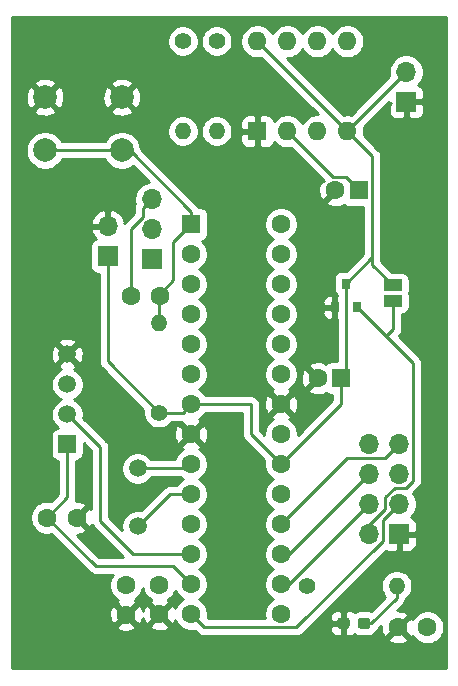
<source format=gbr>
%TF.GenerationSoftware,KiCad,Pcbnew,(5.1.6-0-10_14)*%
%TF.CreationDate,2020-10-03T22:08:30-04:00*%
%TF.ProjectId,weather_external,77656174-6865-4725-9f65-787465726e61,rev?*%
%TF.SameCoordinates,Original*%
%TF.FileFunction,Copper,L1,Top*%
%TF.FilePolarity,Positive*%
%FSLAX46Y46*%
G04 Gerber Fmt 4.6, Leading zero omitted, Abs format (unit mm)*
G04 Created by KiCad (PCBNEW (5.1.6-0-10_14)) date 2020-10-03 22:08:30*
%MOMM*%
%LPD*%
G01*
G04 APERTURE LIST*
%TA.AperFunction,SMDPad,CuDef*%
%ADD10R,1.500000X1.000000*%
%TD*%
%TA.AperFunction,ComponentPad*%
%ADD11C,1.600000*%
%TD*%
%TA.AperFunction,ComponentPad*%
%ADD12R,1.600000X1.600000*%
%TD*%
%TA.AperFunction,ComponentPad*%
%ADD13O,1.700000X1.700000*%
%TD*%
%TA.AperFunction,ComponentPad*%
%ADD14R,1.700000X1.700000*%
%TD*%
%TA.AperFunction,ComponentPad*%
%ADD15C,1.500000*%
%TD*%
%TA.AperFunction,ComponentPad*%
%ADD16R,1.500000X1.500000*%
%TD*%
%TA.AperFunction,SMDPad,CuDef*%
%ADD17R,0.800000X0.900000*%
%TD*%
%TA.AperFunction,ComponentPad*%
%ADD18O,1.600000X1.600000*%
%TD*%
%TA.AperFunction,ComponentPad*%
%ADD19O,1.400000X1.400000*%
%TD*%
%TA.AperFunction,ComponentPad*%
%ADD20C,1.400000*%
%TD*%
%TA.AperFunction,ComponentPad*%
%ADD21C,2.000000*%
%TD*%
%TA.AperFunction,Conductor*%
%ADD22C,0.250000*%
%TD*%
%TA.AperFunction,Conductor*%
%ADD23C,0.254000*%
%TD*%
G04 APERTURE END LIST*
D10*
%TO.P,JP1,1*%
%TO.N,VCC*%
X161900000Y-78850000D03*
%TO.P,JP1,2*%
%TO.N,Net-(C6-Pad1)*%
X161900000Y-80150000D03*
%TD*%
D11*
%TO.P,Atmega328,28*%
%TO.N,N/C*%
X152400000Y-73660000D03*
%TO.P,Atmega328,27*%
X152400000Y-76200000D03*
%TO.P,Atmega328,26*%
X152400000Y-78740000D03*
%TO.P,Atmega328,25*%
X152400000Y-81280000D03*
%TO.P,Atmega328,24*%
X152400000Y-83820000D03*
%TO.P,Atmega328,23*%
X152400000Y-86360000D03*
%TO.P,Atmega328,22*%
%TO.N,GND*%
X152400000Y-88900000D03*
%TO.P,Atmega328,21*%
%TO.N,N/C*%
X152400000Y-91440000D03*
%TO.P,Atmega328,20*%
%TO.N,VCC*%
X152400000Y-93980000D03*
%TO.P,Atmega328,19*%
%TO.N,Net-(J5-Pad5)*%
X152400000Y-96520000D03*
%TO.P,Atmega328,18*%
%TO.N,Net-(J5-Pad7)*%
X152400000Y-99060000D03*
%TO.P,Atmega328,17*%
%TO.N,Net-(J5-Pad6)*%
X152400000Y-101600000D03*
%TO.P,Atmega328,16*%
%TO.N,Net-(J5-Pad4)*%
X152400000Y-104140000D03*
%TO.P,Atmega328,15*%
%TO.N,N/C*%
X152400000Y-106680000D03*
%TO.P,Atmega328,14*%
%TO.N,Net-(J5-Pad3)*%
X144780000Y-106680000D03*
%TO.P,Atmega328,13*%
%TO.N,Net-(C7-Pad2)*%
X144780000Y-104140000D03*
%TO.P,Atmega328,12*%
%TO.N,Net-(U1-Pad12)*%
X144780000Y-101600000D03*
%TO.P,Atmega328,11*%
%TO.N,N/C*%
X144780000Y-99060000D03*
%TO.P,Atmega328,10*%
%TO.N,Net-(C2-Pad2)*%
X144780000Y-96520000D03*
%TO.P,Atmega328,9*%
%TO.N,Net-(C1-Pad1)*%
X144780000Y-93980000D03*
%TO.P,Atmega328,8*%
%TO.N,GND*%
X144780000Y-91440000D03*
%TO.P,Atmega328,7*%
%TO.N,VCC*%
X144780000Y-88900000D03*
%TO.P,Atmega328,6*%
%TO.N,N/C*%
X144780000Y-86360000D03*
%TO.P,Atmega328,5*%
%TO.N,Net-(R2-Pad1)*%
X144780000Y-83820000D03*
%TO.P,Atmega328,4*%
%TO.N,Net-(U1-Pad4)*%
X144780000Y-81280000D03*
%TO.P,Atmega328,3*%
%TO.N,Net-(J3-Pad1)*%
X144780000Y-78740000D03*
%TO.P,Atmega328,2*%
%TO.N,Net-(J3-Pad2)*%
X144780000Y-76200000D03*
D12*
%TO.P,Atmega328,1*%
%TO.N,Net-(C4-Pad1)*%
X144780000Y-73660000D03*
%TD*%
D11*
%TO.P,C7,2*%
%TO.N,Net-(C7-Pad2)*%
X132600000Y-98500000D03*
%TO.P,C7,1*%
%TO.N,GND*%
X135100000Y-98500000D03*
%TD*%
%TO.P,C6,2*%
%TO.N,GND*%
X162300000Y-107800000D03*
%TO.P,C6,1*%
%TO.N,Net-(C6-Pad1)*%
X164800000Y-107800000D03*
%TD*%
D13*
%TO.P,NRF24L01,8*%
%TO.N,N/C*%
X159860000Y-92280000D03*
%TO.P,NRF24L01,7*%
%TO.N,Net-(J5-Pad7)*%
X162400000Y-92280000D03*
%TO.P,NRF24L01,6*%
%TO.N,Net-(J5-Pad6)*%
X159860000Y-94820000D03*
%TO.P,NRF24L01,5*%
%TO.N,Net-(J5-Pad5)*%
X162400000Y-94820000D03*
%TO.P,NRF24L01,4*%
%TO.N,Net-(J5-Pad4)*%
X159860000Y-97360000D03*
%TO.P,NRF24L01,3*%
%TO.N,Net-(J5-Pad3)*%
X162400000Y-97360000D03*
%TO.P,NRF24L01,2*%
%TO.N,Net-(C6-Pad1)*%
X159860000Y-99900000D03*
D14*
%TO.P,NRF24L01,1*%
%TO.N,GND*%
X162400000Y-99900000D03*
%TD*%
D15*
%TO.P,DHT11,4*%
%TO.N,GND*%
X134300000Y-84680000D03*
%TO.P,DHT11,3*%
%TO.N,N/C*%
X134300000Y-87220000D03*
%TO.P,DHT11,2*%
%TO.N,Net-(U1-Pad12)*%
X134300000Y-89760000D03*
D16*
%TO.P,DHT11,1*%
%TO.N,Net-(C7-Pad2)*%
X134300000Y-92300000D03*
%TD*%
D17*
%TO.P,U4,3*%
%TO.N,VCC*%
X157900000Y-78700000D03*
%TO.P,U4,2*%
%TO.N,Net-(C6-Pad1)*%
X158850000Y-80700000D03*
%TO.P,U4,1*%
%TO.N,GND*%
X156950000Y-80700000D03*
%TD*%
%TO.P,D1,2*%
%TO.N,GND*%
%TA.AperFunction,SMDPad,CuDef*%
G36*
G01*
X158212980Y-107217200D02*
X158212980Y-107692200D01*
G75*
G02*
X157975480Y-107929700I-237500J0D01*
G01*
X157400480Y-107929700D01*
G75*
G02*
X157162980Y-107692200I0J237500D01*
G01*
X157162980Y-107217200D01*
G75*
G02*
X157400480Y-106979700I237500J0D01*
G01*
X157975480Y-106979700D01*
G75*
G02*
X158212980Y-107217200I0J-237500D01*
G01*
G37*
%TD.AperFunction*%
%TO.P,D1,1*%
%TO.N,Net-(D1-Pad1)*%
%TA.AperFunction,SMDPad,CuDef*%
G36*
G01*
X159962980Y-107217200D02*
X159962980Y-107692200D01*
G75*
G02*
X159725480Y-107929700I-237500J0D01*
G01*
X159150480Y-107929700D01*
G75*
G02*
X158912980Y-107692200I0J237500D01*
G01*
X158912980Y-107217200D01*
G75*
G02*
X159150480Y-106979700I237500J0D01*
G01*
X159725480Y-106979700D01*
G75*
G02*
X159962980Y-107217200I0J-237500D01*
G01*
G37*
%TD.AperFunction*%
%TD*%
D18*
%TO.P,NE555,8*%
%TO.N,VCC*%
X150400000Y-58180000D03*
%TO.P,NE555,4*%
X158020000Y-65800000D03*
%TO.P,NE555,7*%
%TO.N,Net-(R3-Pad1)*%
X152940000Y-58180000D03*
%TO.P,NE555,3*%
%TO.N,Net-(U1-Pad4)*%
X155480000Y-65800000D03*
%TO.P,NE555,6*%
%TO.N,Net-(C5-Pad1)*%
X155480000Y-58180000D03*
%TO.P,NE555,2*%
X152940000Y-65800000D03*
%TO.P,NE555,5*%
%TO.N,N/C*%
X158020000Y-58180000D03*
D12*
%TO.P,NE555,1*%
%TO.N,GND*%
X150400000Y-65800000D03*
%TD*%
D19*
%TO.P,R4,2*%
%TO.N,Net-(R3-Pad1)*%
X146950900Y-65792160D03*
D20*
%TO.P,R4,1*%
%TO.N,VCC*%
X146950900Y-58172160D03*
%TD*%
D19*
%TO.P,R3,2*%
%TO.N,Net-(C5-Pad1)*%
X144098480Y-65792160D03*
D20*
%TO.P,R3,1*%
%TO.N,Net-(R3-Pad1)*%
X144098480Y-58172160D03*
%TD*%
D11*
%TO.P,C5,2*%
%TO.N,GND*%
X157000000Y-70800000D03*
D12*
%TO.P,C5,1*%
%TO.N,Net-(C5-Pad1)*%
X159000000Y-70800000D03*
%TD*%
D13*
%TO.P,J3,3*%
%TO.N,Net-(C4-Pad2)*%
X141439900Y-71561960D03*
%TO.P,J3,2*%
%TO.N,Net-(J3-Pad2)*%
X141439900Y-74101960D03*
D14*
%TO.P,J3,1*%
%TO.N,Net-(J3-Pad1)*%
X141439900Y-76641960D03*
%TD*%
D13*
%TO.P,J4,2*%
%TO.N,VCC*%
X163000000Y-60760000D03*
D14*
%TO.P,J4,1*%
%TO.N,GND*%
X163000000Y-63300000D03*
%TD*%
D13*
%TO.P,J2,2*%
%TO.N,GND*%
X137728960Y-73825100D03*
D14*
%TO.P,J2,1*%
%TO.N,VCC*%
X137728960Y-76365100D03*
%TD*%
D21*
%TO.P,SW1,1*%
%TO.N,GND*%
X138917820Y-62918340D03*
%TO.P,SW1,2*%
%TO.N,Net-(C4-Pad1)*%
X138917820Y-67418340D03*
%TO.P,SW1,1*%
%TO.N,GND*%
X132417820Y-62918340D03*
%TO.P,SW1,2*%
%TO.N,Net-(C4-Pad1)*%
X132417820Y-67418340D03*
%TD*%
D11*
%TO.P,C4,2*%
%TO.N,Net-(C4-Pad2)*%
X139679040Y-79766160D03*
%TO.P,C4,1*%
%TO.N,Net-(C4-Pad1)*%
X142179040Y-79766160D03*
%TD*%
D19*
%TO.P,R2,2*%
%TO.N,Net-(D1-Pad1)*%
X162184080Y-104272080D03*
D20*
%TO.P,R2,1*%
%TO.N,Net-(R2-Pad1)*%
X154564080Y-104272080D03*
%TD*%
D15*
%TO.P,16Mhz,2*%
%TO.N,Net-(C2-Pad2)*%
X140256260Y-99240680D03*
%TO.P,16Mhz,1*%
%TO.N,Net-(C1-Pad1)*%
X140256260Y-94340680D03*
%TD*%
D19*
%TO.P,R1,2*%
%TO.N,Net-(C4-Pad1)*%
X142062200Y-81991200D03*
D20*
%TO.P,R1,1*%
%TO.N,VCC*%
X142062200Y-89611200D03*
%TD*%
D11*
%TO.P,C3,2*%
%TO.N,GND*%
X155500000Y-86700000D03*
D12*
%TO.P,C3,1*%
%TO.N,VCC*%
X157500000Y-86700000D03*
%TD*%
D11*
%TO.P,C2,2*%
%TO.N,Net-(C2-Pad2)*%
X142107920Y-104187620D03*
%TO.P,C2,1*%
%TO.N,GND*%
X142107920Y-106687620D03*
%TD*%
%TO.P,C1,2*%
%TO.N,GND*%
X139291060Y-106721280D03*
%TO.P,C1,1*%
%TO.N,Net-(C1-Pad1)*%
X139291060Y-104221280D03*
%TD*%
D22*
%TO.N,VCC*%
X144780000Y-88900000D02*
X149860000Y-88900000D01*
X149860000Y-91440000D02*
X149860000Y-88900000D01*
X152400000Y-93980000D02*
X149860000Y-91440000D01*
X152796240Y-93583760D02*
X152400000Y-93980000D01*
X144068800Y-89611200D02*
X144780000Y-88900000D01*
X142062200Y-89611200D02*
X144068800Y-89611200D01*
X138404600Y-77040740D02*
X137728960Y-76365100D01*
X158020000Y-65800000D02*
X150400000Y-58180000D01*
X137728960Y-85277960D02*
X137728960Y-76365100D01*
X142062200Y-89611200D02*
X137728960Y-85277960D01*
X160125001Y-76474999D02*
X157900000Y-78700000D01*
X160125001Y-67905001D02*
X160125001Y-76474999D01*
X159910000Y-67690000D02*
X160125001Y-67905001D01*
X158020000Y-65800000D02*
X159910000Y-67690000D01*
X158020000Y-65740000D02*
X158020000Y-65800000D01*
X163000000Y-60760000D02*
X158020000Y-65740000D01*
X157900000Y-86300000D02*
X157900000Y-78700000D01*
X157500000Y-86700000D02*
X157900000Y-86300000D01*
X157500000Y-88880000D02*
X157500000Y-86700000D01*
X152400000Y-93980000D02*
X157500000Y-88880000D01*
X160125001Y-77075001D02*
X161900000Y-78850000D01*
X160125001Y-76474999D02*
X160125001Y-77075001D01*
%TO.N,Net-(C1-Pad1)*%
X140616940Y-93980000D02*
X140256260Y-94340680D01*
X139181259Y-104111479D02*
X139291060Y-104221280D01*
X144419320Y-94340680D02*
X144780000Y-93980000D01*
X140256260Y-94340680D02*
X144419320Y-94340680D01*
%TO.N,Net-(C2-Pad2)*%
X142976940Y-96520000D02*
X140256260Y-99240680D01*
X144780000Y-96520000D02*
X142976940Y-96520000D01*
%TO.N,Net-(D1-Pad1)*%
X162184080Y-105321100D02*
X160050480Y-107454700D01*
X162184080Y-104272080D02*
X162184080Y-105321100D01*
X160050480Y-107454700D02*
X159437980Y-107454700D01*
%TO.N,Net-(C4-Pad2)*%
X140679170Y-72322690D02*
X141439900Y-71561960D01*
X140679170Y-73061830D02*
X140679170Y-72322690D01*
X139671420Y-74069580D02*
X140679170Y-73061830D01*
X139671420Y-79758540D02*
X139679040Y-79766160D01*
X139671420Y-79529940D02*
X139671420Y-78401540D01*
X139671420Y-78401540D02*
X139671420Y-79758540D01*
X139671420Y-78401540D02*
X139671420Y-74069580D01*
%TO.N,Net-(C4-Pad1)*%
X142062200Y-79639160D02*
X142171420Y-79529940D01*
X142062200Y-81991200D02*
X142062200Y-79639160D01*
X143290541Y-75149459D02*
X144780000Y-73660000D01*
X143290541Y-78410819D02*
X143290541Y-75149459D01*
X142171420Y-79529940D02*
X143290541Y-78410819D01*
X139588340Y-67418340D02*
X138917820Y-67418340D01*
X144780000Y-72610000D02*
X139588340Y-67418340D01*
X144780000Y-73660000D02*
X144780000Y-72610000D01*
X138917820Y-67418340D02*
X132417820Y-67418340D01*
%TO.N,Net-(J5-Pad3)*%
X145905001Y-107805001D02*
X144780000Y-106680000D01*
X153694001Y-107805001D02*
X145905001Y-107805001D01*
X161035001Y-100464001D02*
X153694001Y-107805001D01*
X161035001Y-98724999D02*
X161035001Y-100464001D01*
X162400000Y-97360000D02*
X161035001Y-98724999D01*
%TO.N,Net-(C5-Pad1)*%
X156814999Y-69674999D02*
X152940000Y-65800000D01*
X157874999Y-69674999D02*
X156814999Y-69674999D01*
X159000000Y-70800000D02*
X157874999Y-69674999D01*
%TO.N,Net-(U1-Pad12)*%
X134300000Y-89760000D02*
X137100000Y-92560000D01*
X137100000Y-92560000D02*
X137100000Y-98800000D01*
X139900000Y-101600000D02*
X144780000Y-101600000D01*
X137100000Y-98800000D02*
X139900000Y-101600000D01*
%TO.N,Net-(J5-Pad7)*%
X161224999Y-93455001D02*
X158004999Y-93455001D01*
X158004999Y-93455001D02*
X152400000Y-99060000D01*
X162400000Y-92280000D02*
X161224999Y-93455001D01*
%TO.N,Net-(J5-Pad6)*%
X153080000Y-101600000D02*
X152400000Y-101600000D01*
X159860000Y-94820000D02*
X153080000Y-101600000D01*
%TO.N,Net-(J5-Pad4)*%
X152400000Y-104140000D02*
X152914998Y-104140000D01*
X153080000Y-104140000D02*
X152400000Y-104140000D01*
X159860000Y-97360000D02*
X153080000Y-104140000D01*
%TO.N,Net-(C6-Pad1)*%
X163575001Y-95384001D02*
X163575001Y-85425001D01*
X162025997Y-95995001D02*
X162964001Y-95995001D01*
X162964001Y-95995001D02*
X163575001Y-95384001D01*
X161224999Y-96795999D02*
X162025997Y-95995001D01*
X159860000Y-99099002D02*
X161224999Y-97734003D01*
X161224999Y-97734003D02*
X161224999Y-96795999D01*
X159860000Y-99900000D02*
X159860000Y-99099002D01*
X161900000Y-80150000D02*
X161900000Y-82500000D01*
X161900000Y-82500000D02*
X161275000Y-83125000D01*
X161275000Y-83125000D02*
X158850000Y-80700000D01*
X163575001Y-85425001D02*
X161275000Y-83125000D01*
%TO.N,Net-(C7-Pad2)*%
X134300000Y-96800000D02*
X132600000Y-98500000D01*
X134300000Y-92300000D02*
X134300000Y-96800000D01*
X132600000Y-98500000D02*
X136700000Y-102600000D01*
X143240000Y-102600000D02*
X144780000Y-104140000D01*
X136700000Y-102600000D02*
X143240000Y-102600000D01*
%TD*%
D23*
%TO.N,GND*%
G36*
X166340001Y-111249860D02*
G01*
X129660000Y-111249860D01*
X129660000Y-108792702D01*
X161486903Y-108792702D01*
X161558486Y-109036671D01*
X161813996Y-109157571D01*
X162088184Y-109226300D01*
X162370512Y-109240217D01*
X162650130Y-109198787D01*
X162916292Y-109103603D01*
X163041514Y-109036671D01*
X163113097Y-108792702D01*
X162300000Y-107979605D01*
X161486903Y-108792702D01*
X129660000Y-108792702D01*
X129660000Y-107713982D01*
X138477963Y-107713982D01*
X138549546Y-107957951D01*
X138805056Y-108078851D01*
X139079244Y-108147580D01*
X139361572Y-108161497D01*
X139641190Y-108120067D01*
X139907352Y-108024883D01*
X140032574Y-107957951D01*
X140104157Y-107713982D01*
X140070497Y-107680322D01*
X141294823Y-107680322D01*
X141366406Y-107924291D01*
X141621916Y-108045191D01*
X141896104Y-108113920D01*
X142178432Y-108127837D01*
X142458050Y-108086407D01*
X142724212Y-107991223D01*
X142849434Y-107924291D01*
X142921017Y-107680322D01*
X142107920Y-106867225D01*
X141294823Y-107680322D01*
X140070497Y-107680322D01*
X139291060Y-106900885D01*
X138477963Y-107713982D01*
X129660000Y-107713982D01*
X129660000Y-106791792D01*
X137850843Y-106791792D01*
X137892273Y-107071410D01*
X137987457Y-107337572D01*
X138054389Y-107462794D01*
X138298358Y-107534377D01*
X139111455Y-106721280D01*
X139470665Y-106721280D01*
X140283762Y-107534377D01*
X140527731Y-107462794D01*
X140648631Y-107207284D01*
X140702444Y-106992603D01*
X140709133Y-107037750D01*
X140804317Y-107303912D01*
X140871249Y-107429134D01*
X141115218Y-107500717D01*
X141928315Y-106687620D01*
X141115218Y-105874523D01*
X140871249Y-105946106D01*
X140750349Y-106201616D01*
X140696536Y-106416297D01*
X140689847Y-106371150D01*
X140594663Y-106104988D01*
X140527731Y-105979766D01*
X140283762Y-105908183D01*
X139470665Y-106721280D01*
X139111455Y-106721280D01*
X138298358Y-105908183D01*
X138054389Y-105979766D01*
X137933489Y-106235276D01*
X137864760Y-106509464D01*
X137850843Y-106791792D01*
X129660000Y-106791792D01*
X129660000Y-84752492D01*
X132910188Y-84752492D01*
X132951035Y-85022238D01*
X133043723Y-85278832D01*
X133104140Y-85391863D01*
X133343007Y-85457388D01*
X134120395Y-84680000D01*
X134479605Y-84680000D01*
X135256993Y-85457388D01*
X135495860Y-85391863D01*
X135611760Y-85144884D01*
X135677250Y-84880040D01*
X135689812Y-84607508D01*
X135648965Y-84337762D01*
X135556277Y-84081168D01*
X135495860Y-83968137D01*
X135256993Y-83902612D01*
X134479605Y-84680000D01*
X134120395Y-84680000D01*
X133343007Y-83902612D01*
X133104140Y-83968137D01*
X132988240Y-84215116D01*
X132922750Y-84479960D01*
X132910188Y-84752492D01*
X129660000Y-84752492D01*
X129660000Y-83723007D01*
X133522612Y-83723007D01*
X134300000Y-84500395D01*
X135077388Y-83723007D01*
X135011863Y-83484140D01*
X134764884Y-83368240D01*
X134500040Y-83302750D01*
X134227508Y-83290188D01*
X133957762Y-83331035D01*
X133701168Y-83423723D01*
X133588137Y-83484140D01*
X133522612Y-83723007D01*
X129660000Y-83723007D01*
X129660000Y-73468210D01*
X136287484Y-73468210D01*
X136408805Y-73698100D01*
X137601960Y-73698100D01*
X137601960Y-72504286D01*
X137372069Y-72383619D01*
X137097708Y-72480943D01*
X136847605Y-72629922D01*
X136631372Y-72824831D01*
X136457319Y-73058180D01*
X136332135Y-73321001D01*
X136287484Y-73468210D01*
X129660000Y-73468210D01*
X129660000Y-67257307D01*
X130782820Y-67257307D01*
X130782820Y-67579373D01*
X130845652Y-67895252D01*
X130968902Y-68192803D01*
X131147833Y-68460592D01*
X131375568Y-68688327D01*
X131643357Y-68867258D01*
X131940908Y-68990508D01*
X132256787Y-69053340D01*
X132578853Y-69053340D01*
X132894732Y-68990508D01*
X133192283Y-68867258D01*
X133460072Y-68688327D01*
X133687807Y-68460592D01*
X133866738Y-68192803D01*
X133872729Y-68178340D01*
X137462911Y-68178340D01*
X137468902Y-68192803D01*
X137647833Y-68460592D01*
X137875568Y-68688327D01*
X138143357Y-68867258D01*
X138440908Y-68990508D01*
X138756787Y-69053340D01*
X139078853Y-69053340D01*
X139394732Y-68990508D01*
X139692283Y-68867258D01*
X139854240Y-68759041D01*
X141192314Y-70097115D01*
X141006742Y-70134028D01*
X140736489Y-70245970D01*
X140493268Y-70408485D01*
X140286425Y-70615328D01*
X140123910Y-70858549D01*
X140011968Y-71128802D01*
X139954900Y-71415700D01*
X139954900Y-71708220D01*
X140006690Y-71968583D01*
X139973624Y-72030444D01*
X139967333Y-72051185D01*
X139930167Y-72173704D01*
X139919170Y-72285357D01*
X139919170Y-72285368D01*
X139915494Y-72322690D01*
X139919170Y-72360012D01*
X139919170Y-72747028D01*
X139160418Y-73505781D01*
X139143114Y-73519982D01*
X139170436Y-73468210D01*
X139125785Y-73321001D01*
X139000601Y-73058180D01*
X138826548Y-72824831D01*
X138610315Y-72629922D01*
X138360212Y-72480943D01*
X138085851Y-72383619D01*
X137855960Y-72504286D01*
X137855960Y-73698100D01*
X137875960Y-73698100D01*
X137875960Y-73952100D01*
X137855960Y-73952100D01*
X137855960Y-73972100D01*
X137601960Y-73972100D01*
X137601960Y-73952100D01*
X136408805Y-73952100D01*
X136287484Y-74181990D01*
X136332135Y-74329199D01*
X136457319Y-74592020D01*
X136631372Y-74825369D01*
X136715426Y-74901134D01*
X136634780Y-74925598D01*
X136524466Y-74984563D01*
X136427775Y-75063915D01*
X136348423Y-75160606D01*
X136289458Y-75270920D01*
X136253148Y-75390618D01*
X136240888Y-75515100D01*
X136240888Y-77215100D01*
X136253148Y-77339582D01*
X136289458Y-77459280D01*
X136348423Y-77569594D01*
X136427775Y-77666285D01*
X136524466Y-77745637D01*
X136634780Y-77804602D01*
X136754478Y-77840912D01*
X136878960Y-77853172D01*
X136968961Y-77853172D01*
X136968960Y-85240638D01*
X136965284Y-85277960D01*
X136968960Y-85315282D01*
X136968960Y-85315292D01*
X136979957Y-85426945D01*
X137023414Y-85570206D01*
X137093986Y-85702236D01*
X137121861Y-85736201D01*
X137188959Y-85817961D01*
X137217963Y-85841764D01*
X140748555Y-89372357D01*
X140727200Y-89479714D01*
X140727200Y-89742686D01*
X140778504Y-90000605D01*
X140879139Y-90243559D01*
X141025238Y-90462213D01*
X141211187Y-90648162D01*
X141429841Y-90794261D01*
X141672795Y-90894896D01*
X141930714Y-90946200D01*
X142193686Y-90946200D01*
X142451605Y-90894896D01*
X142694559Y-90794261D01*
X142913213Y-90648162D01*
X143099162Y-90462213D01*
X143159975Y-90371200D01*
X143989231Y-90371200D01*
X143966903Y-90447298D01*
X144780000Y-91260395D01*
X145593097Y-90447298D01*
X145521514Y-90203329D01*
X145457008Y-90172806D01*
X145459727Y-90171680D01*
X145694759Y-90014637D01*
X145894637Y-89814759D01*
X145998043Y-89660000D01*
X149100001Y-89660000D01*
X149100000Y-91402677D01*
X149096324Y-91440000D01*
X149100000Y-91477322D01*
X149100000Y-91477332D01*
X149110997Y-91588985D01*
X149149587Y-91716201D01*
X149154454Y-91732246D01*
X149225026Y-91864276D01*
X149264871Y-91912826D01*
X149319999Y-91980001D01*
X149349003Y-92003804D01*
X151001312Y-93656114D01*
X150965000Y-93838665D01*
X150965000Y-94121335D01*
X151020147Y-94398574D01*
X151128320Y-94659727D01*
X151285363Y-94894759D01*
X151485241Y-95094637D01*
X151717759Y-95250000D01*
X151485241Y-95405363D01*
X151285363Y-95605241D01*
X151128320Y-95840273D01*
X151020147Y-96101426D01*
X150965000Y-96378665D01*
X150965000Y-96661335D01*
X151020147Y-96938574D01*
X151128320Y-97199727D01*
X151285363Y-97434759D01*
X151485241Y-97634637D01*
X151717759Y-97790000D01*
X151485241Y-97945363D01*
X151285363Y-98145241D01*
X151128320Y-98380273D01*
X151020147Y-98641426D01*
X150965000Y-98918665D01*
X150965000Y-99201335D01*
X151020147Y-99478574D01*
X151128320Y-99739727D01*
X151285363Y-99974759D01*
X151485241Y-100174637D01*
X151717759Y-100330000D01*
X151485241Y-100485363D01*
X151285363Y-100685241D01*
X151128320Y-100920273D01*
X151020147Y-101181426D01*
X150965000Y-101458665D01*
X150965000Y-101741335D01*
X151020147Y-102018574D01*
X151128320Y-102279727D01*
X151285363Y-102514759D01*
X151485241Y-102714637D01*
X151717759Y-102870000D01*
X151485241Y-103025363D01*
X151285363Y-103225241D01*
X151128320Y-103460273D01*
X151020147Y-103721426D01*
X150965000Y-103998665D01*
X150965000Y-104281335D01*
X151020147Y-104558574D01*
X151128320Y-104819727D01*
X151285363Y-105054759D01*
X151485241Y-105254637D01*
X151717759Y-105410000D01*
X151485241Y-105565363D01*
X151285363Y-105765241D01*
X151128320Y-106000273D01*
X151020147Y-106261426D01*
X150965000Y-106538665D01*
X150965000Y-106821335D01*
X151009491Y-107045001D01*
X146219803Y-107045001D01*
X146178688Y-107003886D01*
X146215000Y-106821335D01*
X146215000Y-106538665D01*
X146159853Y-106261426D01*
X146051680Y-106000273D01*
X145894637Y-105765241D01*
X145694759Y-105565363D01*
X145462241Y-105410000D01*
X145694759Y-105254637D01*
X145894637Y-105054759D01*
X146051680Y-104819727D01*
X146159853Y-104558574D01*
X146215000Y-104281335D01*
X146215000Y-103998665D01*
X146159853Y-103721426D01*
X146051680Y-103460273D01*
X145894637Y-103225241D01*
X145694759Y-103025363D01*
X145462241Y-102870000D01*
X145694759Y-102714637D01*
X145894637Y-102514759D01*
X146051680Y-102279727D01*
X146159853Y-102018574D01*
X146215000Y-101741335D01*
X146215000Y-101458665D01*
X146159853Y-101181426D01*
X146051680Y-100920273D01*
X145894637Y-100685241D01*
X145694759Y-100485363D01*
X145462241Y-100330000D01*
X145694759Y-100174637D01*
X145894637Y-99974759D01*
X146051680Y-99739727D01*
X146159853Y-99478574D01*
X146215000Y-99201335D01*
X146215000Y-98918665D01*
X146159853Y-98641426D01*
X146051680Y-98380273D01*
X145894637Y-98145241D01*
X145694759Y-97945363D01*
X145462241Y-97790000D01*
X145694759Y-97634637D01*
X145894637Y-97434759D01*
X146051680Y-97199727D01*
X146159853Y-96938574D01*
X146215000Y-96661335D01*
X146215000Y-96378665D01*
X146159853Y-96101426D01*
X146051680Y-95840273D01*
X145894637Y-95605241D01*
X145694759Y-95405363D01*
X145462241Y-95250000D01*
X145694759Y-95094637D01*
X145894637Y-94894759D01*
X146051680Y-94659727D01*
X146159853Y-94398574D01*
X146215000Y-94121335D01*
X146215000Y-93838665D01*
X146159853Y-93561426D01*
X146051680Y-93300273D01*
X145894637Y-93065241D01*
X145694759Y-92865363D01*
X145460872Y-92709085D01*
X145521514Y-92676671D01*
X145593097Y-92432702D01*
X144780000Y-91619605D01*
X143966903Y-92432702D01*
X144038486Y-92676671D01*
X144102992Y-92707194D01*
X144100273Y-92708320D01*
X143865241Y-92865363D01*
X143665363Y-93065241D01*
X143508320Y-93300273D01*
X143400147Y-93561426D01*
X143396317Y-93580680D01*
X141414169Y-93580680D01*
X141332059Y-93457794D01*
X141139146Y-93264881D01*
X140912303Y-93113309D01*
X140660249Y-93008905D01*
X140392671Y-92955680D01*
X140119849Y-92955680D01*
X139852271Y-93008905D01*
X139600217Y-93113309D01*
X139373374Y-93264881D01*
X139180461Y-93457794D01*
X139028889Y-93684637D01*
X138924485Y-93936691D01*
X138871260Y-94204269D01*
X138871260Y-94477091D01*
X138924485Y-94744669D01*
X139028889Y-94996723D01*
X139180461Y-95223566D01*
X139373374Y-95416479D01*
X139600217Y-95568051D01*
X139852271Y-95672455D01*
X140119849Y-95725680D01*
X140392671Y-95725680D01*
X140660249Y-95672455D01*
X140912303Y-95568051D01*
X141139146Y-95416479D01*
X141332059Y-95223566D01*
X141414169Y-95100680D01*
X143874285Y-95100680D01*
X144097759Y-95250000D01*
X143865241Y-95405363D01*
X143665363Y-95605241D01*
X143561957Y-95760000D01*
X143014273Y-95760000D01*
X142976940Y-95756323D01*
X142939607Y-95760000D01*
X142827954Y-95770997D01*
X142684693Y-95814454D01*
X142552664Y-95885026D01*
X142436939Y-95979999D01*
X142413141Y-96008997D01*
X140537625Y-97884513D01*
X140392671Y-97855680D01*
X140119849Y-97855680D01*
X139852271Y-97908905D01*
X139600217Y-98013309D01*
X139373374Y-98164881D01*
X139180461Y-98357794D01*
X139028889Y-98584637D01*
X138924485Y-98836691D01*
X138871260Y-99104269D01*
X138871260Y-99377091D01*
X138900900Y-99526098D01*
X137860000Y-98485199D01*
X137860000Y-92597323D01*
X137863676Y-92560000D01*
X137860000Y-92522677D01*
X137860000Y-92522667D01*
X137849003Y-92411014D01*
X137805546Y-92267753D01*
X137759450Y-92181514D01*
X137734974Y-92135723D01*
X137663799Y-92048997D01*
X137640001Y-92019999D01*
X137611004Y-91996202D01*
X137125314Y-91510512D01*
X143339783Y-91510512D01*
X143381213Y-91790130D01*
X143476397Y-92056292D01*
X143543329Y-92181514D01*
X143787298Y-92253097D01*
X144600395Y-91440000D01*
X144959605Y-91440000D01*
X145772702Y-92253097D01*
X146016671Y-92181514D01*
X146137571Y-91926004D01*
X146206300Y-91651816D01*
X146220217Y-91369488D01*
X146178787Y-91089870D01*
X146083603Y-90823708D01*
X146016671Y-90698486D01*
X145772702Y-90626903D01*
X144959605Y-91440000D01*
X144600395Y-91440000D01*
X143787298Y-90626903D01*
X143543329Y-90698486D01*
X143422429Y-90953996D01*
X143353700Y-91228184D01*
X143339783Y-91510512D01*
X137125314Y-91510512D01*
X135656167Y-90041365D01*
X135685000Y-89896411D01*
X135685000Y-89623589D01*
X135631775Y-89356011D01*
X135527371Y-89103957D01*
X135375799Y-88877114D01*
X135182886Y-88684201D01*
X134956043Y-88532629D01*
X134853127Y-88490000D01*
X134956043Y-88447371D01*
X135182886Y-88295799D01*
X135375799Y-88102886D01*
X135527371Y-87876043D01*
X135631775Y-87623989D01*
X135685000Y-87356411D01*
X135685000Y-87083589D01*
X135631775Y-86816011D01*
X135527371Y-86563957D01*
X135375799Y-86337114D01*
X135182886Y-86144201D01*
X134956043Y-85992629D01*
X134856721Y-85951489D01*
X134898832Y-85936277D01*
X135011863Y-85875860D01*
X135077388Y-85636993D01*
X134300000Y-84859605D01*
X133522612Y-85636993D01*
X133588137Y-85875860D01*
X133746477Y-85950164D01*
X133643957Y-85992629D01*
X133417114Y-86144201D01*
X133224201Y-86337114D01*
X133072629Y-86563957D01*
X132968225Y-86816011D01*
X132915000Y-87083589D01*
X132915000Y-87356411D01*
X132968225Y-87623989D01*
X133072629Y-87876043D01*
X133224201Y-88102886D01*
X133417114Y-88295799D01*
X133643957Y-88447371D01*
X133746873Y-88490000D01*
X133643957Y-88532629D01*
X133417114Y-88684201D01*
X133224201Y-88877114D01*
X133072629Y-89103957D01*
X132968225Y-89356011D01*
X132915000Y-89623589D01*
X132915000Y-89896411D01*
X132968225Y-90163989D01*
X133072629Y-90416043D01*
X133224201Y-90642886D01*
X133417114Y-90835799D01*
X133533483Y-90913555D01*
X133425518Y-90924188D01*
X133305820Y-90960498D01*
X133195506Y-91019463D01*
X133098815Y-91098815D01*
X133019463Y-91195506D01*
X132960498Y-91305820D01*
X132924188Y-91425518D01*
X132911928Y-91550000D01*
X132911928Y-93050000D01*
X132924188Y-93174482D01*
X132960498Y-93294180D01*
X133019463Y-93404494D01*
X133098815Y-93501185D01*
X133195506Y-93580537D01*
X133305820Y-93639502D01*
X133425518Y-93675812D01*
X133540000Y-93687087D01*
X133540001Y-96485197D01*
X132923886Y-97101312D01*
X132741335Y-97065000D01*
X132458665Y-97065000D01*
X132181426Y-97120147D01*
X131920273Y-97228320D01*
X131685241Y-97385363D01*
X131485363Y-97585241D01*
X131328320Y-97820273D01*
X131220147Y-98081426D01*
X131165000Y-98358665D01*
X131165000Y-98641335D01*
X131220147Y-98918574D01*
X131328320Y-99179727D01*
X131485363Y-99414759D01*
X131685241Y-99614637D01*
X131920273Y-99771680D01*
X132181426Y-99879853D01*
X132458665Y-99935000D01*
X132741335Y-99935000D01*
X132923887Y-99898688D01*
X136136200Y-103111002D01*
X136159999Y-103140001D01*
X136188997Y-103163799D01*
X136275724Y-103234974D01*
X136407753Y-103305546D01*
X136551014Y-103349003D01*
X136700000Y-103363677D01*
X136737333Y-103360000D01*
X138140690Y-103360000D01*
X138019380Y-103541553D01*
X137911207Y-103802706D01*
X137856060Y-104079945D01*
X137856060Y-104362615D01*
X137911207Y-104639854D01*
X138019380Y-104901007D01*
X138176423Y-105136039D01*
X138376301Y-105335917D01*
X138576929Y-105469972D01*
X138549546Y-105484609D01*
X138477963Y-105728578D01*
X139291060Y-106541675D01*
X140104157Y-105728578D01*
X140032574Y-105484609D01*
X140003719Y-105470956D01*
X140205819Y-105335917D01*
X140405697Y-105136039D01*
X140562740Y-104901007D01*
X140670913Y-104639854D01*
X140702838Y-104479360D01*
X140728067Y-104606194D01*
X140836240Y-104867347D01*
X140993283Y-105102379D01*
X141193161Y-105302257D01*
X141393789Y-105436312D01*
X141366406Y-105450949D01*
X141294823Y-105694918D01*
X142107920Y-106508015D01*
X142921017Y-105694918D01*
X142849434Y-105450949D01*
X142820579Y-105437296D01*
X143022679Y-105302257D01*
X143222557Y-105102379D01*
X143379600Y-104867347D01*
X143453822Y-104688158D01*
X143508320Y-104819727D01*
X143665363Y-105054759D01*
X143865241Y-105254637D01*
X144097759Y-105410000D01*
X143865241Y-105565363D01*
X143665363Y-105765241D01*
X143508320Y-106000273D01*
X143442736Y-106158608D01*
X143411523Y-106071328D01*
X143344591Y-105946106D01*
X143100622Y-105874523D01*
X142287525Y-106687620D01*
X143100622Y-107500717D01*
X143344591Y-107429134D01*
X143447224Y-107212229D01*
X143508320Y-107359727D01*
X143665363Y-107594759D01*
X143865241Y-107794637D01*
X144100273Y-107951680D01*
X144361426Y-108059853D01*
X144638665Y-108115000D01*
X144921335Y-108115000D01*
X145103886Y-108078688D01*
X145341202Y-108316004D01*
X145365000Y-108345002D01*
X145480725Y-108439975D01*
X145612754Y-108510547D01*
X145756015Y-108554004D01*
X145867668Y-108565001D01*
X145867676Y-108565001D01*
X145905001Y-108568677D01*
X145942326Y-108565001D01*
X153656679Y-108565001D01*
X153694001Y-108568677D01*
X153731323Y-108565001D01*
X153731334Y-108565001D01*
X153842987Y-108554004D01*
X153986248Y-108510547D01*
X154118277Y-108439975D01*
X154234002Y-108345002D01*
X154257805Y-108315998D01*
X154644103Y-107929700D01*
X156524908Y-107929700D01*
X156537168Y-108054182D01*
X156573478Y-108173880D01*
X156632443Y-108284194D01*
X156711795Y-108380885D01*
X156808486Y-108460237D01*
X156918800Y-108519202D01*
X157038498Y-108555512D01*
X157162980Y-108567772D01*
X157402230Y-108564700D01*
X157560980Y-108405950D01*
X157560980Y-107581700D01*
X156686730Y-107581700D01*
X156527980Y-107740450D01*
X156524908Y-107929700D01*
X154644103Y-107929700D01*
X155594103Y-106979700D01*
X156524908Y-106979700D01*
X156527980Y-107168950D01*
X156686730Y-107327700D01*
X157560980Y-107327700D01*
X157560980Y-106503450D01*
X157814980Y-106503450D01*
X157814980Y-107327700D01*
X157834980Y-107327700D01*
X157834980Y-107581700D01*
X157814980Y-107581700D01*
X157814980Y-108405950D01*
X157973730Y-108564700D01*
X158212980Y-108567772D01*
X158337462Y-108555512D01*
X158457160Y-108519202D01*
X158567474Y-108460237D01*
X158640141Y-108400601D01*
X158664038Y-108420212D01*
X158815413Y-108501123D01*
X158979664Y-108550948D01*
X159150480Y-108567772D01*
X159725480Y-108567772D01*
X159896296Y-108550948D01*
X160060547Y-108501123D01*
X160211922Y-108420212D01*
X160344603Y-108311323D01*
X160453492Y-108178642D01*
X160521590Y-108051238D01*
X160590481Y-107994701D01*
X160614284Y-107965697D01*
X160867577Y-107712404D01*
X160859783Y-107870512D01*
X160901213Y-108150130D01*
X160996397Y-108416292D01*
X161063329Y-108541514D01*
X161307298Y-108613097D01*
X162120395Y-107800000D01*
X162479605Y-107800000D01*
X163292702Y-108613097D01*
X163536671Y-108541514D01*
X163550324Y-108512659D01*
X163685363Y-108714759D01*
X163885241Y-108914637D01*
X164120273Y-109071680D01*
X164381426Y-109179853D01*
X164658665Y-109235000D01*
X164941335Y-109235000D01*
X165218574Y-109179853D01*
X165479727Y-109071680D01*
X165714759Y-108914637D01*
X165914637Y-108714759D01*
X166071680Y-108479727D01*
X166179853Y-108218574D01*
X166235000Y-107941335D01*
X166235000Y-107658665D01*
X166179853Y-107381426D01*
X166071680Y-107120273D01*
X165914637Y-106885241D01*
X165714759Y-106685363D01*
X165479727Y-106528320D01*
X165218574Y-106420147D01*
X164941335Y-106365000D01*
X164658665Y-106365000D01*
X164381426Y-106420147D01*
X164120273Y-106528320D01*
X163885241Y-106685363D01*
X163685363Y-106885241D01*
X163551308Y-107085869D01*
X163536671Y-107058486D01*
X163292702Y-106986903D01*
X162479605Y-107800000D01*
X162120395Y-107800000D01*
X162106253Y-107785858D01*
X162285858Y-107606253D01*
X162300000Y-107620395D01*
X163113097Y-106807298D01*
X163041514Y-106563329D01*
X162786004Y-106442429D01*
X162511816Y-106373700D01*
X162229488Y-106359783D01*
X162218583Y-106361399D01*
X162695083Y-105884899D01*
X162724081Y-105861101D01*
X162750412Y-105829017D01*
X162819054Y-105745377D01*
X162889626Y-105613347D01*
X162903541Y-105567473D01*
X162933083Y-105470086D01*
X162942876Y-105370659D01*
X163035093Y-105309042D01*
X163221042Y-105123093D01*
X163367141Y-104904439D01*
X163467776Y-104661485D01*
X163519080Y-104403566D01*
X163519080Y-104140594D01*
X163467776Y-103882675D01*
X163367141Y-103639721D01*
X163221042Y-103421067D01*
X163035093Y-103235118D01*
X162816439Y-103089019D01*
X162573485Y-102988384D01*
X162315566Y-102937080D01*
X162052594Y-102937080D01*
X161794675Y-102988384D01*
X161551721Y-103089019D01*
X161333067Y-103235118D01*
X161147118Y-103421067D01*
X161001019Y-103639721D01*
X160900384Y-103882675D01*
X160849080Y-104140594D01*
X160849080Y-104403566D01*
X160900384Y-104661485D01*
X161001019Y-104904439D01*
X161147118Y-105123093D01*
X161227202Y-105203177D01*
X160031050Y-106399329D01*
X159896296Y-106358452D01*
X159725480Y-106341628D01*
X159150480Y-106341628D01*
X158979664Y-106358452D01*
X158815413Y-106408277D01*
X158664038Y-106489188D01*
X158640141Y-106508799D01*
X158567474Y-106449163D01*
X158457160Y-106390198D01*
X158337462Y-106353888D01*
X158212980Y-106341628D01*
X157973730Y-106344700D01*
X157814980Y-106503450D01*
X157560980Y-106503450D01*
X157402230Y-106344700D01*
X157162980Y-106341628D01*
X157038498Y-106353888D01*
X156918800Y-106390198D01*
X156808486Y-106449163D01*
X156711795Y-106528515D01*
X156632443Y-106625206D01*
X156573478Y-106735520D01*
X156537168Y-106855218D01*
X156524908Y-106979700D01*
X155594103Y-106979700D01*
X161259214Y-101314590D01*
X161305820Y-101339502D01*
X161425518Y-101375812D01*
X161550000Y-101388072D01*
X162114250Y-101385000D01*
X162273000Y-101226250D01*
X162273000Y-100027000D01*
X162527000Y-100027000D01*
X162527000Y-101226250D01*
X162685750Y-101385000D01*
X163250000Y-101388072D01*
X163374482Y-101375812D01*
X163494180Y-101339502D01*
X163604494Y-101280537D01*
X163701185Y-101201185D01*
X163780537Y-101104494D01*
X163839502Y-100994180D01*
X163875812Y-100874482D01*
X163888072Y-100750000D01*
X163885000Y-100185750D01*
X163726250Y-100027000D01*
X162527000Y-100027000D01*
X162273000Y-100027000D01*
X162253000Y-100027000D01*
X162253000Y-99773000D01*
X162273000Y-99773000D01*
X162273000Y-99753000D01*
X162527000Y-99753000D01*
X162527000Y-99773000D01*
X163726250Y-99773000D01*
X163885000Y-99614250D01*
X163888072Y-99050000D01*
X163875812Y-98925518D01*
X163839502Y-98805820D01*
X163780537Y-98695506D01*
X163701185Y-98598815D01*
X163604494Y-98519463D01*
X163494180Y-98460498D01*
X163421620Y-98438487D01*
X163553475Y-98306632D01*
X163715990Y-98063411D01*
X163827932Y-97793158D01*
X163885000Y-97506260D01*
X163885000Y-97213740D01*
X163827932Y-96926842D01*
X163715990Y-96656589D01*
X163580296Y-96453508D01*
X164086010Y-95947795D01*
X164115002Y-95924002D01*
X164138796Y-95895009D01*
X164138800Y-95895005D01*
X164209974Y-95808278D01*
X164209975Y-95808277D01*
X164280547Y-95676248D01*
X164324004Y-95532987D01*
X164335001Y-95421334D01*
X164335001Y-95421325D01*
X164338677Y-95384002D01*
X164335001Y-95346679D01*
X164335001Y-85462334D01*
X164338678Y-85425001D01*
X164324004Y-85276015D01*
X164280547Y-85132754D01*
X164209975Y-85000725D01*
X164138800Y-84913998D01*
X164115002Y-84885000D01*
X164086004Y-84861202D01*
X162349802Y-83125001D01*
X162411008Y-83063795D01*
X162440001Y-83040001D01*
X162463795Y-83011008D01*
X162463799Y-83011004D01*
X162534973Y-82924277D01*
X162534974Y-82924276D01*
X162605546Y-82792247D01*
X162649003Y-82648986D01*
X162660000Y-82537333D01*
X162660000Y-82537324D01*
X162663676Y-82500001D01*
X162660000Y-82462678D01*
X162660000Y-81287087D01*
X162774482Y-81275812D01*
X162894180Y-81239502D01*
X163004494Y-81180537D01*
X163101185Y-81101185D01*
X163180537Y-81004494D01*
X163239502Y-80894180D01*
X163275812Y-80774482D01*
X163288072Y-80650000D01*
X163288072Y-79650000D01*
X163275812Y-79525518D01*
X163268071Y-79500000D01*
X163275812Y-79474482D01*
X163288072Y-79350000D01*
X163288072Y-78350000D01*
X163275812Y-78225518D01*
X163239502Y-78105820D01*
X163180537Y-77995506D01*
X163101185Y-77898815D01*
X163004494Y-77819463D01*
X162894180Y-77760498D01*
X162774482Y-77724188D01*
X162650000Y-77711928D01*
X161836730Y-77711928D01*
X160885001Y-76760200D01*
X160885001Y-76512332D01*
X160888678Y-76474999D01*
X160885001Y-76437666D01*
X160885001Y-67942323D01*
X160888677Y-67905000D01*
X160885001Y-67867677D01*
X160885001Y-67867668D01*
X160874004Y-67756015D01*
X160830547Y-67612754D01*
X160759975Y-67480725D01*
X160665002Y-67365000D01*
X160635999Y-67341198D01*
X160473804Y-67179003D01*
X160473799Y-67178997D01*
X159418688Y-66123886D01*
X159455000Y-65941335D01*
X159455000Y-65658665D01*
X159408733Y-65426068D01*
X161515000Y-63319802D01*
X161515000Y-63427002D01*
X161673748Y-63427002D01*
X161515000Y-63585750D01*
X161511928Y-64150000D01*
X161524188Y-64274482D01*
X161560498Y-64394180D01*
X161619463Y-64504494D01*
X161698815Y-64601185D01*
X161795506Y-64680537D01*
X161905820Y-64739502D01*
X162025518Y-64775812D01*
X162150000Y-64788072D01*
X162714250Y-64785000D01*
X162873000Y-64626250D01*
X162873000Y-63427000D01*
X163127000Y-63427000D01*
X163127000Y-64626250D01*
X163285750Y-64785000D01*
X163850000Y-64788072D01*
X163974482Y-64775812D01*
X164094180Y-64739502D01*
X164204494Y-64680537D01*
X164301185Y-64601185D01*
X164380537Y-64504494D01*
X164439502Y-64394180D01*
X164475812Y-64274482D01*
X164488072Y-64150000D01*
X164485000Y-63585750D01*
X164326250Y-63427000D01*
X163127000Y-63427000D01*
X162873000Y-63427000D01*
X162853000Y-63427000D01*
X162853000Y-63173000D01*
X162873000Y-63173000D01*
X162873000Y-63153000D01*
X163127000Y-63153000D01*
X163127000Y-63173000D01*
X164326250Y-63173000D01*
X164485000Y-63014250D01*
X164488072Y-62450000D01*
X164475812Y-62325518D01*
X164439502Y-62205820D01*
X164380537Y-62095506D01*
X164301185Y-61998815D01*
X164204494Y-61919463D01*
X164094180Y-61860498D01*
X164021620Y-61838487D01*
X164153475Y-61706632D01*
X164315990Y-61463411D01*
X164427932Y-61193158D01*
X164485000Y-60906260D01*
X164485000Y-60613740D01*
X164427932Y-60326842D01*
X164315990Y-60056589D01*
X164153475Y-59813368D01*
X163946632Y-59606525D01*
X163703411Y-59444010D01*
X163433158Y-59332068D01*
X163146260Y-59275000D01*
X162853740Y-59275000D01*
X162566842Y-59332068D01*
X162296589Y-59444010D01*
X162053368Y-59606525D01*
X161846525Y-59813368D01*
X161684010Y-60056589D01*
X161572068Y-60326842D01*
X161515000Y-60613740D01*
X161515000Y-60906260D01*
X161558790Y-61126408D01*
X158293841Y-64391357D01*
X158161335Y-64365000D01*
X157878665Y-64365000D01*
X157696114Y-64401312D01*
X152909801Y-59615000D01*
X153081335Y-59615000D01*
X153358574Y-59559853D01*
X153619727Y-59451680D01*
X153854759Y-59294637D01*
X154054637Y-59094759D01*
X154210000Y-58862241D01*
X154365363Y-59094759D01*
X154565241Y-59294637D01*
X154800273Y-59451680D01*
X155061426Y-59559853D01*
X155338665Y-59615000D01*
X155621335Y-59615000D01*
X155898574Y-59559853D01*
X156159727Y-59451680D01*
X156394759Y-59294637D01*
X156594637Y-59094759D01*
X156750000Y-58862241D01*
X156905363Y-59094759D01*
X157105241Y-59294637D01*
X157340273Y-59451680D01*
X157601426Y-59559853D01*
X157878665Y-59615000D01*
X158161335Y-59615000D01*
X158438574Y-59559853D01*
X158699727Y-59451680D01*
X158934759Y-59294637D01*
X159134637Y-59094759D01*
X159291680Y-58859727D01*
X159399853Y-58598574D01*
X159455000Y-58321335D01*
X159455000Y-58038665D01*
X159399853Y-57761426D01*
X159291680Y-57500273D01*
X159134637Y-57265241D01*
X158934759Y-57065363D01*
X158699727Y-56908320D01*
X158438574Y-56800147D01*
X158161335Y-56745000D01*
X157878665Y-56745000D01*
X157601426Y-56800147D01*
X157340273Y-56908320D01*
X157105241Y-57065363D01*
X156905363Y-57265241D01*
X156750000Y-57497759D01*
X156594637Y-57265241D01*
X156394759Y-57065363D01*
X156159727Y-56908320D01*
X155898574Y-56800147D01*
X155621335Y-56745000D01*
X155338665Y-56745000D01*
X155061426Y-56800147D01*
X154800273Y-56908320D01*
X154565241Y-57065363D01*
X154365363Y-57265241D01*
X154210000Y-57497759D01*
X154054637Y-57265241D01*
X153854759Y-57065363D01*
X153619727Y-56908320D01*
X153358574Y-56800147D01*
X153081335Y-56745000D01*
X152798665Y-56745000D01*
X152521426Y-56800147D01*
X152260273Y-56908320D01*
X152025241Y-57065363D01*
X151825363Y-57265241D01*
X151670000Y-57497759D01*
X151514637Y-57265241D01*
X151314759Y-57065363D01*
X151079727Y-56908320D01*
X150818574Y-56800147D01*
X150541335Y-56745000D01*
X150258665Y-56745000D01*
X149981426Y-56800147D01*
X149720273Y-56908320D01*
X149485241Y-57065363D01*
X149285363Y-57265241D01*
X149128320Y-57500273D01*
X149020147Y-57761426D01*
X148965000Y-58038665D01*
X148965000Y-58321335D01*
X149020147Y-58598574D01*
X149128320Y-58859727D01*
X149285363Y-59094759D01*
X149485241Y-59294637D01*
X149720273Y-59451680D01*
X149981426Y-59559853D01*
X150258665Y-59615000D01*
X150541335Y-59615000D01*
X150723887Y-59578688D01*
X155510198Y-64365000D01*
X155338665Y-64365000D01*
X155061426Y-64420147D01*
X154800273Y-64528320D01*
X154565241Y-64685363D01*
X154365363Y-64885241D01*
X154210000Y-65117759D01*
X154054637Y-64885241D01*
X153854759Y-64685363D01*
X153619727Y-64528320D01*
X153358574Y-64420147D01*
X153081335Y-64365000D01*
X152798665Y-64365000D01*
X152521426Y-64420147D01*
X152260273Y-64528320D01*
X152025241Y-64685363D01*
X151826643Y-64883961D01*
X151825812Y-64875518D01*
X151789502Y-64755820D01*
X151730537Y-64645506D01*
X151651185Y-64548815D01*
X151554494Y-64469463D01*
X151444180Y-64410498D01*
X151324482Y-64374188D01*
X151200000Y-64361928D01*
X150685750Y-64365000D01*
X150527000Y-64523750D01*
X150527000Y-65673000D01*
X150547000Y-65673000D01*
X150547000Y-65927000D01*
X150527000Y-65927000D01*
X150527000Y-67076250D01*
X150685750Y-67235000D01*
X151200000Y-67238072D01*
X151324482Y-67225812D01*
X151444180Y-67189502D01*
X151554494Y-67130537D01*
X151651185Y-67051185D01*
X151730537Y-66954494D01*
X151789502Y-66844180D01*
X151825812Y-66724482D01*
X151826643Y-66716039D01*
X152025241Y-66914637D01*
X152260273Y-67071680D01*
X152521426Y-67179853D01*
X152798665Y-67235000D01*
X153081335Y-67235000D01*
X153263887Y-67198688D01*
X155913426Y-69848227D01*
X155891023Y-69870630D01*
X156007296Y-69986903D01*
X155763329Y-70058486D01*
X155642429Y-70313996D01*
X155573700Y-70588184D01*
X155559783Y-70870512D01*
X155601213Y-71150130D01*
X155696397Y-71416292D01*
X155763329Y-71541514D01*
X156007298Y-71613097D01*
X156820395Y-70800000D01*
X156806253Y-70785858D01*
X156985858Y-70606253D01*
X157000000Y-70620395D01*
X157014143Y-70606253D01*
X157193748Y-70785858D01*
X157179605Y-70800000D01*
X157193748Y-70814143D01*
X157014143Y-70993748D01*
X157000000Y-70979605D01*
X156186903Y-71792702D01*
X156258486Y-72036671D01*
X156513996Y-72157571D01*
X156788184Y-72226300D01*
X157070512Y-72240217D01*
X157350130Y-72198787D01*
X157616292Y-72103603D01*
X157738309Y-72038384D01*
X157748815Y-72051185D01*
X157845506Y-72130537D01*
X157955820Y-72189502D01*
X158075518Y-72225812D01*
X158200000Y-72238072D01*
X159365002Y-72238072D01*
X159365002Y-76160196D01*
X157913271Y-77611928D01*
X157500000Y-77611928D01*
X157375518Y-77624188D01*
X157255820Y-77660498D01*
X157145506Y-77719463D01*
X157048815Y-77798815D01*
X156969463Y-77895506D01*
X156910498Y-78005820D01*
X156874188Y-78125518D01*
X156861928Y-78250000D01*
X156861928Y-79150000D01*
X156874188Y-79274482D01*
X156910498Y-79394180D01*
X156969463Y-79504494D01*
X157048815Y-79601185D01*
X157140001Y-79676019D01*
X157140001Y-79710749D01*
X157077000Y-79773750D01*
X157077000Y-80573000D01*
X157097000Y-80573000D01*
X157097000Y-80827000D01*
X157077000Y-80827000D01*
X157077000Y-81626250D01*
X157140001Y-81689251D01*
X157140000Y-85261928D01*
X156700000Y-85261928D01*
X156575518Y-85274188D01*
X156455820Y-85310498D01*
X156345506Y-85369463D01*
X156248815Y-85448815D01*
X156238193Y-85461758D01*
X155986004Y-85342429D01*
X155711816Y-85273700D01*
X155429488Y-85259783D01*
X155149870Y-85301213D01*
X154883708Y-85396397D01*
X154758486Y-85463329D01*
X154686903Y-85707298D01*
X155500000Y-86520395D01*
X155514143Y-86506253D01*
X155693748Y-86685858D01*
X155679605Y-86700000D01*
X155693748Y-86714143D01*
X155514143Y-86893748D01*
X155500000Y-86879605D01*
X154686903Y-87692702D01*
X154758486Y-87936671D01*
X155013996Y-88057571D01*
X155288184Y-88126300D01*
X155570512Y-88140217D01*
X155850130Y-88098787D01*
X156116292Y-88003603D01*
X156238309Y-87938384D01*
X156248815Y-87951185D01*
X156345506Y-88030537D01*
X156455820Y-88089502D01*
X156575518Y-88125812D01*
X156700000Y-88138072D01*
X156740000Y-88138072D01*
X156740000Y-88565198D01*
X153835000Y-91470199D01*
X153835000Y-91298665D01*
X153779853Y-91021426D01*
X153671680Y-90760273D01*
X153514637Y-90525241D01*
X153314759Y-90325363D01*
X153080872Y-90169085D01*
X153141514Y-90136671D01*
X153213097Y-89892702D01*
X152400000Y-89079605D01*
X151586903Y-89892702D01*
X151658486Y-90136671D01*
X151722992Y-90167194D01*
X151720273Y-90168320D01*
X151485241Y-90325363D01*
X151285363Y-90525241D01*
X151128320Y-90760273D01*
X151020147Y-91021426D01*
X150965000Y-91298665D01*
X150965000Y-91470199D01*
X150620000Y-91125199D01*
X150620000Y-88970512D01*
X150959783Y-88970512D01*
X151001213Y-89250130D01*
X151096397Y-89516292D01*
X151163329Y-89641514D01*
X151407298Y-89713097D01*
X152220395Y-88900000D01*
X152579605Y-88900000D01*
X153392702Y-89713097D01*
X153636671Y-89641514D01*
X153757571Y-89386004D01*
X153826300Y-89111816D01*
X153840217Y-88829488D01*
X153798787Y-88549870D01*
X153703603Y-88283708D01*
X153636671Y-88158486D01*
X153392702Y-88086903D01*
X152579605Y-88900000D01*
X152220395Y-88900000D01*
X151407298Y-88086903D01*
X151163329Y-88158486D01*
X151042429Y-88413996D01*
X150973700Y-88688184D01*
X150959783Y-88970512D01*
X150620000Y-88970512D01*
X150620000Y-88937333D01*
X150623677Y-88900000D01*
X150609003Y-88751014D01*
X150565546Y-88607753D01*
X150494974Y-88475724D01*
X150400001Y-88359999D01*
X150284276Y-88265026D01*
X150152247Y-88194454D01*
X150008986Y-88150997D01*
X149897333Y-88140000D01*
X149860000Y-88136323D01*
X149822667Y-88140000D01*
X145998043Y-88140000D01*
X145894637Y-87985241D01*
X145694759Y-87785363D01*
X145462241Y-87630000D01*
X145694759Y-87474637D01*
X145894637Y-87274759D01*
X146051680Y-87039727D01*
X146159853Y-86778574D01*
X146215000Y-86501335D01*
X146215000Y-86218665D01*
X146159853Y-85941426D01*
X146051680Y-85680273D01*
X145894637Y-85445241D01*
X145694759Y-85245363D01*
X145462241Y-85090000D01*
X145694759Y-84934637D01*
X145894637Y-84734759D01*
X146051680Y-84499727D01*
X146159853Y-84238574D01*
X146215000Y-83961335D01*
X146215000Y-83678665D01*
X146159853Y-83401426D01*
X146051680Y-83140273D01*
X145894637Y-82905241D01*
X145694759Y-82705363D01*
X145462241Y-82550000D01*
X145694759Y-82394637D01*
X145894637Y-82194759D01*
X146051680Y-81959727D01*
X146159853Y-81698574D01*
X146215000Y-81421335D01*
X146215000Y-81138665D01*
X146159853Y-80861426D01*
X146051680Y-80600273D01*
X145894637Y-80365241D01*
X145694759Y-80165363D01*
X145462241Y-80010000D01*
X145694759Y-79854637D01*
X145894637Y-79654759D01*
X146051680Y-79419727D01*
X146159853Y-79158574D01*
X146215000Y-78881335D01*
X146215000Y-78598665D01*
X146159853Y-78321426D01*
X146051680Y-78060273D01*
X145894637Y-77825241D01*
X145694759Y-77625363D01*
X145462241Y-77470000D01*
X145694759Y-77314637D01*
X145894637Y-77114759D01*
X146051680Y-76879727D01*
X146159853Y-76618574D01*
X146215000Y-76341335D01*
X146215000Y-76058665D01*
X146159853Y-75781426D01*
X146051680Y-75520273D01*
X145894637Y-75285241D01*
X145696039Y-75086643D01*
X145704482Y-75085812D01*
X145824180Y-75049502D01*
X145934494Y-74990537D01*
X146031185Y-74911185D01*
X146110537Y-74814494D01*
X146169502Y-74704180D01*
X146205812Y-74584482D01*
X146218072Y-74460000D01*
X146218072Y-73518665D01*
X150965000Y-73518665D01*
X150965000Y-73801335D01*
X151020147Y-74078574D01*
X151128320Y-74339727D01*
X151285363Y-74574759D01*
X151485241Y-74774637D01*
X151717759Y-74930000D01*
X151485241Y-75085363D01*
X151285363Y-75285241D01*
X151128320Y-75520273D01*
X151020147Y-75781426D01*
X150965000Y-76058665D01*
X150965000Y-76341335D01*
X151020147Y-76618574D01*
X151128320Y-76879727D01*
X151285363Y-77114759D01*
X151485241Y-77314637D01*
X151717759Y-77470000D01*
X151485241Y-77625363D01*
X151285363Y-77825241D01*
X151128320Y-78060273D01*
X151020147Y-78321426D01*
X150965000Y-78598665D01*
X150965000Y-78881335D01*
X151020147Y-79158574D01*
X151128320Y-79419727D01*
X151285363Y-79654759D01*
X151485241Y-79854637D01*
X151717759Y-80010000D01*
X151485241Y-80165363D01*
X151285363Y-80365241D01*
X151128320Y-80600273D01*
X151020147Y-80861426D01*
X150965000Y-81138665D01*
X150965000Y-81421335D01*
X151020147Y-81698574D01*
X151128320Y-81959727D01*
X151285363Y-82194759D01*
X151485241Y-82394637D01*
X151717759Y-82550000D01*
X151485241Y-82705363D01*
X151285363Y-82905241D01*
X151128320Y-83140273D01*
X151020147Y-83401426D01*
X150965000Y-83678665D01*
X150965000Y-83961335D01*
X151020147Y-84238574D01*
X151128320Y-84499727D01*
X151285363Y-84734759D01*
X151485241Y-84934637D01*
X151717759Y-85090000D01*
X151485241Y-85245363D01*
X151285363Y-85445241D01*
X151128320Y-85680273D01*
X151020147Y-85941426D01*
X150965000Y-86218665D01*
X150965000Y-86501335D01*
X151020147Y-86778574D01*
X151128320Y-87039727D01*
X151285363Y-87274759D01*
X151485241Y-87474637D01*
X151719128Y-87630915D01*
X151658486Y-87663329D01*
X151586903Y-87907298D01*
X152400000Y-88720395D01*
X153213097Y-87907298D01*
X153141514Y-87663329D01*
X153077008Y-87632806D01*
X153079727Y-87631680D01*
X153314759Y-87474637D01*
X153514637Y-87274759D01*
X153671680Y-87039727D01*
X153779853Y-86778574D01*
X153781456Y-86770512D01*
X154059783Y-86770512D01*
X154101213Y-87050130D01*
X154196397Y-87316292D01*
X154263329Y-87441514D01*
X154507298Y-87513097D01*
X155320395Y-86700000D01*
X154507298Y-85886903D01*
X154263329Y-85958486D01*
X154142429Y-86213996D01*
X154073700Y-86488184D01*
X154059783Y-86770512D01*
X153781456Y-86770512D01*
X153835000Y-86501335D01*
X153835000Y-86218665D01*
X153779853Y-85941426D01*
X153671680Y-85680273D01*
X153514637Y-85445241D01*
X153314759Y-85245363D01*
X153082241Y-85090000D01*
X153314759Y-84934637D01*
X153514637Y-84734759D01*
X153671680Y-84499727D01*
X153779853Y-84238574D01*
X153835000Y-83961335D01*
X153835000Y-83678665D01*
X153779853Y-83401426D01*
X153671680Y-83140273D01*
X153514637Y-82905241D01*
X153314759Y-82705363D01*
X153082241Y-82550000D01*
X153314759Y-82394637D01*
X153514637Y-82194759D01*
X153671680Y-81959727D01*
X153779853Y-81698574D01*
X153835000Y-81421335D01*
X153835000Y-81150000D01*
X155911928Y-81150000D01*
X155924188Y-81274482D01*
X155960498Y-81394180D01*
X156019463Y-81504494D01*
X156098815Y-81601185D01*
X156195506Y-81680537D01*
X156305820Y-81739502D01*
X156425518Y-81775812D01*
X156550000Y-81788072D01*
X156664250Y-81785000D01*
X156823000Y-81626250D01*
X156823000Y-80827000D01*
X156073750Y-80827000D01*
X155915000Y-80985750D01*
X155911928Y-81150000D01*
X153835000Y-81150000D01*
X153835000Y-81138665D01*
X153779853Y-80861426D01*
X153671680Y-80600273D01*
X153514637Y-80365241D01*
X153399396Y-80250000D01*
X155911928Y-80250000D01*
X155915000Y-80414250D01*
X156073750Y-80573000D01*
X156823000Y-80573000D01*
X156823000Y-79773750D01*
X156664250Y-79615000D01*
X156550000Y-79611928D01*
X156425518Y-79624188D01*
X156305820Y-79660498D01*
X156195506Y-79719463D01*
X156098815Y-79798815D01*
X156019463Y-79895506D01*
X155960498Y-80005820D01*
X155924188Y-80125518D01*
X155911928Y-80250000D01*
X153399396Y-80250000D01*
X153314759Y-80165363D01*
X153082241Y-80010000D01*
X153314759Y-79854637D01*
X153514637Y-79654759D01*
X153671680Y-79419727D01*
X153779853Y-79158574D01*
X153835000Y-78881335D01*
X153835000Y-78598665D01*
X153779853Y-78321426D01*
X153671680Y-78060273D01*
X153514637Y-77825241D01*
X153314759Y-77625363D01*
X153082241Y-77470000D01*
X153314759Y-77314637D01*
X153514637Y-77114759D01*
X153671680Y-76879727D01*
X153779853Y-76618574D01*
X153835000Y-76341335D01*
X153835000Y-76058665D01*
X153779853Y-75781426D01*
X153671680Y-75520273D01*
X153514637Y-75285241D01*
X153314759Y-75085363D01*
X153082241Y-74930000D01*
X153314759Y-74774637D01*
X153514637Y-74574759D01*
X153671680Y-74339727D01*
X153779853Y-74078574D01*
X153835000Y-73801335D01*
X153835000Y-73518665D01*
X153779853Y-73241426D01*
X153671680Y-72980273D01*
X153514637Y-72745241D01*
X153314759Y-72545363D01*
X153079727Y-72388320D01*
X152818574Y-72280147D01*
X152541335Y-72225000D01*
X152258665Y-72225000D01*
X151981426Y-72280147D01*
X151720273Y-72388320D01*
X151485241Y-72545363D01*
X151285363Y-72745241D01*
X151128320Y-72980273D01*
X151020147Y-73241426D01*
X150965000Y-73518665D01*
X146218072Y-73518665D01*
X146218072Y-72860000D01*
X146205812Y-72735518D01*
X146169502Y-72615820D01*
X146110537Y-72505506D01*
X146031185Y-72408815D01*
X145934494Y-72329463D01*
X145824180Y-72270498D01*
X145704482Y-72234188D01*
X145580000Y-72221928D01*
X145434326Y-72221928D01*
X145414974Y-72185723D01*
X145343799Y-72098997D01*
X145320001Y-72069999D01*
X145291003Y-72046201D01*
X140552820Y-67308019D01*
X140552820Y-67257307D01*
X140489988Y-66941428D01*
X140366738Y-66643877D01*
X140187807Y-66376088D01*
X139960072Y-66148353D01*
X139692283Y-65969422D01*
X139394732Y-65846172D01*
X139078853Y-65783340D01*
X138756787Y-65783340D01*
X138440908Y-65846172D01*
X138143357Y-65969422D01*
X137875568Y-66148353D01*
X137647833Y-66376088D01*
X137468902Y-66643877D01*
X137462911Y-66658340D01*
X133872729Y-66658340D01*
X133866738Y-66643877D01*
X133687807Y-66376088D01*
X133460072Y-66148353D01*
X133192283Y-65969422D01*
X132894732Y-65846172D01*
X132578853Y-65783340D01*
X132256787Y-65783340D01*
X131940908Y-65846172D01*
X131643357Y-65969422D01*
X131375568Y-66148353D01*
X131147833Y-66376088D01*
X130968902Y-66643877D01*
X130845652Y-66941428D01*
X130782820Y-67257307D01*
X129660000Y-67257307D01*
X129660000Y-65660674D01*
X142763480Y-65660674D01*
X142763480Y-65923646D01*
X142814784Y-66181565D01*
X142915419Y-66424519D01*
X143061518Y-66643173D01*
X143247467Y-66829122D01*
X143466121Y-66975221D01*
X143709075Y-67075856D01*
X143966994Y-67127160D01*
X144229966Y-67127160D01*
X144487885Y-67075856D01*
X144730839Y-66975221D01*
X144949493Y-66829122D01*
X145135442Y-66643173D01*
X145281541Y-66424519D01*
X145382176Y-66181565D01*
X145433480Y-65923646D01*
X145433480Y-65660674D01*
X145615900Y-65660674D01*
X145615900Y-65923646D01*
X145667204Y-66181565D01*
X145767839Y-66424519D01*
X145913938Y-66643173D01*
X146099887Y-66829122D01*
X146318541Y-66975221D01*
X146561495Y-67075856D01*
X146819414Y-67127160D01*
X147082386Y-67127160D01*
X147340305Y-67075856D01*
X147583259Y-66975221D01*
X147801913Y-66829122D01*
X147987862Y-66643173D01*
X148016709Y-66600000D01*
X148961928Y-66600000D01*
X148974188Y-66724482D01*
X149010498Y-66844180D01*
X149069463Y-66954494D01*
X149148815Y-67051185D01*
X149245506Y-67130537D01*
X149355820Y-67189502D01*
X149475518Y-67225812D01*
X149600000Y-67238072D01*
X150114250Y-67235000D01*
X150273000Y-67076250D01*
X150273000Y-65927000D01*
X149123750Y-65927000D01*
X148965000Y-66085750D01*
X148961928Y-66600000D01*
X148016709Y-66600000D01*
X148133961Y-66424519D01*
X148234596Y-66181565D01*
X148285900Y-65923646D01*
X148285900Y-65660674D01*
X148234596Y-65402755D01*
X148133961Y-65159801D01*
X148027187Y-65000000D01*
X148961928Y-65000000D01*
X148965000Y-65514250D01*
X149123750Y-65673000D01*
X150273000Y-65673000D01*
X150273000Y-64523750D01*
X150114250Y-64365000D01*
X149600000Y-64361928D01*
X149475518Y-64374188D01*
X149355820Y-64410498D01*
X149245506Y-64469463D01*
X149148815Y-64548815D01*
X149069463Y-64645506D01*
X149010498Y-64755820D01*
X148974188Y-64875518D01*
X148961928Y-65000000D01*
X148027187Y-65000000D01*
X147987862Y-64941147D01*
X147801913Y-64755198D01*
X147583259Y-64609099D01*
X147340305Y-64508464D01*
X147082386Y-64457160D01*
X146819414Y-64457160D01*
X146561495Y-64508464D01*
X146318541Y-64609099D01*
X146099887Y-64755198D01*
X145913938Y-64941147D01*
X145767839Y-65159801D01*
X145667204Y-65402755D01*
X145615900Y-65660674D01*
X145433480Y-65660674D01*
X145382176Y-65402755D01*
X145281541Y-65159801D01*
X145135442Y-64941147D01*
X144949493Y-64755198D01*
X144730839Y-64609099D01*
X144487885Y-64508464D01*
X144229966Y-64457160D01*
X143966994Y-64457160D01*
X143709075Y-64508464D01*
X143466121Y-64609099D01*
X143247467Y-64755198D01*
X143061518Y-64941147D01*
X142915419Y-65159801D01*
X142814784Y-65402755D01*
X142763480Y-65660674D01*
X129660000Y-65660674D01*
X129660000Y-64053753D01*
X131462012Y-64053753D01*
X131557776Y-64318154D01*
X131847391Y-64459044D01*
X132158928Y-64540724D01*
X132480415Y-64560058D01*
X132799495Y-64516301D01*
X133103908Y-64411135D01*
X133277864Y-64318154D01*
X133373628Y-64053753D01*
X137962012Y-64053753D01*
X138057776Y-64318154D01*
X138347391Y-64459044D01*
X138658928Y-64540724D01*
X138980415Y-64560058D01*
X139299495Y-64516301D01*
X139603908Y-64411135D01*
X139777864Y-64318154D01*
X139873628Y-64053753D01*
X138917820Y-63097945D01*
X137962012Y-64053753D01*
X133373628Y-64053753D01*
X132417820Y-63097945D01*
X131462012Y-64053753D01*
X129660000Y-64053753D01*
X129660000Y-62980935D01*
X130776102Y-62980935D01*
X130819859Y-63300015D01*
X130925025Y-63604428D01*
X131018006Y-63778384D01*
X131282407Y-63874148D01*
X132238215Y-62918340D01*
X132597425Y-62918340D01*
X133553233Y-63874148D01*
X133817634Y-63778384D01*
X133958524Y-63488769D01*
X134040204Y-63177232D01*
X134052009Y-62980935D01*
X137276102Y-62980935D01*
X137319859Y-63300015D01*
X137425025Y-63604428D01*
X137518006Y-63778384D01*
X137782407Y-63874148D01*
X138738215Y-62918340D01*
X139097425Y-62918340D01*
X140053233Y-63874148D01*
X140317634Y-63778384D01*
X140458524Y-63488769D01*
X140540204Y-63177232D01*
X140559538Y-62855745D01*
X140515781Y-62536665D01*
X140410615Y-62232252D01*
X140317634Y-62058296D01*
X140053233Y-61962532D01*
X139097425Y-62918340D01*
X138738215Y-62918340D01*
X137782407Y-61962532D01*
X137518006Y-62058296D01*
X137377116Y-62347911D01*
X137295436Y-62659448D01*
X137276102Y-62980935D01*
X134052009Y-62980935D01*
X134059538Y-62855745D01*
X134015781Y-62536665D01*
X133910615Y-62232252D01*
X133817634Y-62058296D01*
X133553233Y-61962532D01*
X132597425Y-62918340D01*
X132238215Y-62918340D01*
X131282407Y-61962532D01*
X131018006Y-62058296D01*
X130877116Y-62347911D01*
X130795436Y-62659448D01*
X130776102Y-62980935D01*
X129660000Y-62980935D01*
X129660000Y-61782927D01*
X131462012Y-61782927D01*
X132417820Y-62738735D01*
X133373628Y-61782927D01*
X137962012Y-61782927D01*
X138917820Y-62738735D01*
X139873628Y-61782927D01*
X139777864Y-61518526D01*
X139488249Y-61377636D01*
X139176712Y-61295956D01*
X138855225Y-61276622D01*
X138536145Y-61320379D01*
X138231732Y-61425545D01*
X138057776Y-61518526D01*
X137962012Y-61782927D01*
X133373628Y-61782927D01*
X133277864Y-61518526D01*
X132988249Y-61377636D01*
X132676712Y-61295956D01*
X132355225Y-61276622D01*
X132036145Y-61320379D01*
X131731732Y-61425545D01*
X131557776Y-61518526D01*
X131462012Y-61782927D01*
X129660000Y-61782927D01*
X129660000Y-58040674D01*
X142763480Y-58040674D01*
X142763480Y-58303646D01*
X142814784Y-58561565D01*
X142915419Y-58804519D01*
X143061518Y-59023173D01*
X143247467Y-59209122D01*
X143466121Y-59355221D01*
X143709075Y-59455856D01*
X143966994Y-59507160D01*
X144229966Y-59507160D01*
X144487885Y-59455856D01*
X144730839Y-59355221D01*
X144949493Y-59209122D01*
X145135442Y-59023173D01*
X145281541Y-58804519D01*
X145382176Y-58561565D01*
X145433480Y-58303646D01*
X145433480Y-58040674D01*
X145615900Y-58040674D01*
X145615900Y-58303646D01*
X145667204Y-58561565D01*
X145767839Y-58804519D01*
X145913938Y-59023173D01*
X146099887Y-59209122D01*
X146318541Y-59355221D01*
X146561495Y-59455856D01*
X146819414Y-59507160D01*
X147082386Y-59507160D01*
X147340305Y-59455856D01*
X147583259Y-59355221D01*
X147801913Y-59209122D01*
X147987862Y-59023173D01*
X148133961Y-58804519D01*
X148234596Y-58561565D01*
X148285900Y-58303646D01*
X148285900Y-58040674D01*
X148234596Y-57782755D01*
X148133961Y-57539801D01*
X147987862Y-57321147D01*
X147801913Y-57135198D01*
X147583259Y-56989099D01*
X147340305Y-56888464D01*
X147082386Y-56837160D01*
X146819414Y-56837160D01*
X146561495Y-56888464D01*
X146318541Y-56989099D01*
X146099887Y-57135198D01*
X145913938Y-57321147D01*
X145767839Y-57539801D01*
X145667204Y-57782755D01*
X145615900Y-58040674D01*
X145433480Y-58040674D01*
X145382176Y-57782755D01*
X145281541Y-57539801D01*
X145135442Y-57321147D01*
X144949493Y-57135198D01*
X144730839Y-56989099D01*
X144487885Y-56888464D01*
X144229966Y-56837160D01*
X143966994Y-56837160D01*
X143709075Y-56888464D01*
X143466121Y-56989099D01*
X143247467Y-57135198D01*
X143061518Y-57321147D01*
X142915419Y-57539801D01*
X142814784Y-57782755D01*
X142763480Y-58040674D01*
X129660000Y-58040674D01*
X129660000Y-56160000D01*
X166340000Y-56160000D01*
X166340001Y-111249860D01*
G37*
X166340001Y-111249860D02*
X129660000Y-111249860D01*
X129660000Y-108792702D01*
X161486903Y-108792702D01*
X161558486Y-109036671D01*
X161813996Y-109157571D01*
X162088184Y-109226300D01*
X162370512Y-109240217D01*
X162650130Y-109198787D01*
X162916292Y-109103603D01*
X163041514Y-109036671D01*
X163113097Y-108792702D01*
X162300000Y-107979605D01*
X161486903Y-108792702D01*
X129660000Y-108792702D01*
X129660000Y-107713982D01*
X138477963Y-107713982D01*
X138549546Y-107957951D01*
X138805056Y-108078851D01*
X139079244Y-108147580D01*
X139361572Y-108161497D01*
X139641190Y-108120067D01*
X139907352Y-108024883D01*
X140032574Y-107957951D01*
X140104157Y-107713982D01*
X140070497Y-107680322D01*
X141294823Y-107680322D01*
X141366406Y-107924291D01*
X141621916Y-108045191D01*
X141896104Y-108113920D01*
X142178432Y-108127837D01*
X142458050Y-108086407D01*
X142724212Y-107991223D01*
X142849434Y-107924291D01*
X142921017Y-107680322D01*
X142107920Y-106867225D01*
X141294823Y-107680322D01*
X140070497Y-107680322D01*
X139291060Y-106900885D01*
X138477963Y-107713982D01*
X129660000Y-107713982D01*
X129660000Y-106791792D01*
X137850843Y-106791792D01*
X137892273Y-107071410D01*
X137987457Y-107337572D01*
X138054389Y-107462794D01*
X138298358Y-107534377D01*
X139111455Y-106721280D01*
X139470665Y-106721280D01*
X140283762Y-107534377D01*
X140527731Y-107462794D01*
X140648631Y-107207284D01*
X140702444Y-106992603D01*
X140709133Y-107037750D01*
X140804317Y-107303912D01*
X140871249Y-107429134D01*
X141115218Y-107500717D01*
X141928315Y-106687620D01*
X141115218Y-105874523D01*
X140871249Y-105946106D01*
X140750349Y-106201616D01*
X140696536Y-106416297D01*
X140689847Y-106371150D01*
X140594663Y-106104988D01*
X140527731Y-105979766D01*
X140283762Y-105908183D01*
X139470665Y-106721280D01*
X139111455Y-106721280D01*
X138298358Y-105908183D01*
X138054389Y-105979766D01*
X137933489Y-106235276D01*
X137864760Y-106509464D01*
X137850843Y-106791792D01*
X129660000Y-106791792D01*
X129660000Y-84752492D01*
X132910188Y-84752492D01*
X132951035Y-85022238D01*
X133043723Y-85278832D01*
X133104140Y-85391863D01*
X133343007Y-85457388D01*
X134120395Y-84680000D01*
X134479605Y-84680000D01*
X135256993Y-85457388D01*
X135495860Y-85391863D01*
X135611760Y-85144884D01*
X135677250Y-84880040D01*
X135689812Y-84607508D01*
X135648965Y-84337762D01*
X135556277Y-84081168D01*
X135495860Y-83968137D01*
X135256993Y-83902612D01*
X134479605Y-84680000D01*
X134120395Y-84680000D01*
X133343007Y-83902612D01*
X133104140Y-83968137D01*
X132988240Y-84215116D01*
X132922750Y-84479960D01*
X132910188Y-84752492D01*
X129660000Y-84752492D01*
X129660000Y-83723007D01*
X133522612Y-83723007D01*
X134300000Y-84500395D01*
X135077388Y-83723007D01*
X135011863Y-83484140D01*
X134764884Y-83368240D01*
X134500040Y-83302750D01*
X134227508Y-83290188D01*
X133957762Y-83331035D01*
X133701168Y-83423723D01*
X133588137Y-83484140D01*
X133522612Y-83723007D01*
X129660000Y-83723007D01*
X129660000Y-73468210D01*
X136287484Y-73468210D01*
X136408805Y-73698100D01*
X137601960Y-73698100D01*
X137601960Y-72504286D01*
X137372069Y-72383619D01*
X137097708Y-72480943D01*
X136847605Y-72629922D01*
X136631372Y-72824831D01*
X136457319Y-73058180D01*
X136332135Y-73321001D01*
X136287484Y-73468210D01*
X129660000Y-73468210D01*
X129660000Y-67257307D01*
X130782820Y-67257307D01*
X130782820Y-67579373D01*
X130845652Y-67895252D01*
X130968902Y-68192803D01*
X131147833Y-68460592D01*
X131375568Y-68688327D01*
X131643357Y-68867258D01*
X131940908Y-68990508D01*
X132256787Y-69053340D01*
X132578853Y-69053340D01*
X132894732Y-68990508D01*
X133192283Y-68867258D01*
X133460072Y-68688327D01*
X133687807Y-68460592D01*
X133866738Y-68192803D01*
X133872729Y-68178340D01*
X137462911Y-68178340D01*
X137468902Y-68192803D01*
X137647833Y-68460592D01*
X137875568Y-68688327D01*
X138143357Y-68867258D01*
X138440908Y-68990508D01*
X138756787Y-69053340D01*
X139078853Y-69053340D01*
X139394732Y-68990508D01*
X139692283Y-68867258D01*
X139854240Y-68759041D01*
X141192314Y-70097115D01*
X141006742Y-70134028D01*
X140736489Y-70245970D01*
X140493268Y-70408485D01*
X140286425Y-70615328D01*
X140123910Y-70858549D01*
X140011968Y-71128802D01*
X139954900Y-71415700D01*
X139954900Y-71708220D01*
X140006690Y-71968583D01*
X139973624Y-72030444D01*
X139967333Y-72051185D01*
X139930167Y-72173704D01*
X139919170Y-72285357D01*
X139919170Y-72285368D01*
X139915494Y-72322690D01*
X139919170Y-72360012D01*
X139919170Y-72747028D01*
X139160418Y-73505781D01*
X139143114Y-73519982D01*
X139170436Y-73468210D01*
X139125785Y-73321001D01*
X139000601Y-73058180D01*
X138826548Y-72824831D01*
X138610315Y-72629922D01*
X138360212Y-72480943D01*
X138085851Y-72383619D01*
X137855960Y-72504286D01*
X137855960Y-73698100D01*
X137875960Y-73698100D01*
X137875960Y-73952100D01*
X137855960Y-73952100D01*
X137855960Y-73972100D01*
X137601960Y-73972100D01*
X137601960Y-73952100D01*
X136408805Y-73952100D01*
X136287484Y-74181990D01*
X136332135Y-74329199D01*
X136457319Y-74592020D01*
X136631372Y-74825369D01*
X136715426Y-74901134D01*
X136634780Y-74925598D01*
X136524466Y-74984563D01*
X136427775Y-75063915D01*
X136348423Y-75160606D01*
X136289458Y-75270920D01*
X136253148Y-75390618D01*
X136240888Y-75515100D01*
X136240888Y-77215100D01*
X136253148Y-77339582D01*
X136289458Y-77459280D01*
X136348423Y-77569594D01*
X136427775Y-77666285D01*
X136524466Y-77745637D01*
X136634780Y-77804602D01*
X136754478Y-77840912D01*
X136878960Y-77853172D01*
X136968961Y-77853172D01*
X136968960Y-85240638D01*
X136965284Y-85277960D01*
X136968960Y-85315282D01*
X136968960Y-85315292D01*
X136979957Y-85426945D01*
X137023414Y-85570206D01*
X137093986Y-85702236D01*
X137121861Y-85736201D01*
X137188959Y-85817961D01*
X137217963Y-85841764D01*
X140748555Y-89372357D01*
X140727200Y-89479714D01*
X140727200Y-89742686D01*
X140778504Y-90000605D01*
X140879139Y-90243559D01*
X141025238Y-90462213D01*
X141211187Y-90648162D01*
X141429841Y-90794261D01*
X141672795Y-90894896D01*
X141930714Y-90946200D01*
X142193686Y-90946200D01*
X142451605Y-90894896D01*
X142694559Y-90794261D01*
X142913213Y-90648162D01*
X143099162Y-90462213D01*
X143159975Y-90371200D01*
X143989231Y-90371200D01*
X143966903Y-90447298D01*
X144780000Y-91260395D01*
X145593097Y-90447298D01*
X145521514Y-90203329D01*
X145457008Y-90172806D01*
X145459727Y-90171680D01*
X145694759Y-90014637D01*
X145894637Y-89814759D01*
X145998043Y-89660000D01*
X149100001Y-89660000D01*
X149100000Y-91402677D01*
X149096324Y-91440000D01*
X149100000Y-91477322D01*
X149100000Y-91477332D01*
X149110997Y-91588985D01*
X149149587Y-91716201D01*
X149154454Y-91732246D01*
X149225026Y-91864276D01*
X149264871Y-91912826D01*
X149319999Y-91980001D01*
X149349003Y-92003804D01*
X151001312Y-93656114D01*
X150965000Y-93838665D01*
X150965000Y-94121335D01*
X151020147Y-94398574D01*
X151128320Y-94659727D01*
X151285363Y-94894759D01*
X151485241Y-95094637D01*
X151717759Y-95250000D01*
X151485241Y-95405363D01*
X151285363Y-95605241D01*
X151128320Y-95840273D01*
X151020147Y-96101426D01*
X150965000Y-96378665D01*
X150965000Y-96661335D01*
X151020147Y-96938574D01*
X151128320Y-97199727D01*
X151285363Y-97434759D01*
X151485241Y-97634637D01*
X151717759Y-97790000D01*
X151485241Y-97945363D01*
X151285363Y-98145241D01*
X151128320Y-98380273D01*
X151020147Y-98641426D01*
X150965000Y-98918665D01*
X150965000Y-99201335D01*
X151020147Y-99478574D01*
X151128320Y-99739727D01*
X151285363Y-99974759D01*
X151485241Y-100174637D01*
X151717759Y-100330000D01*
X151485241Y-100485363D01*
X151285363Y-100685241D01*
X151128320Y-100920273D01*
X151020147Y-101181426D01*
X150965000Y-101458665D01*
X150965000Y-101741335D01*
X151020147Y-102018574D01*
X151128320Y-102279727D01*
X151285363Y-102514759D01*
X151485241Y-102714637D01*
X151717759Y-102870000D01*
X151485241Y-103025363D01*
X151285363Y-103225241D01*
X151128320Y-103460273D01*
X151020147Y-103721426D01*
X150965000Y-103998665D01*
X150965000Y-104281335D01*
X151020147Y-104558574D01*
X151128320Y-104819727D01*
X151285363Y-105054759D01*
X151485241Y-105254637D01*
X151717759Y-105410000D01*
X151485241Y-105565363D01*
X151285363Y-105765241D01*
X151128320Y-106000273D01*
X151020147Y-106261426D01*
X150965000Y-106538665D01*
X150965000Y-106821335D01*
X151009491Y-107045001D01*
X146219803Y-107045001D01*
X146178688Y-107003886D01*
X146215000Y-106821335D01*
X146215000Y-106538665D01*
X146159853Y-106261426D01*
X146051680Y-106000273D01*
X145894637Y-105765241D01*
X145694759Y-105565363D01*
X145462241Y-105410000D01*
X145694759Y-105254637D01*
X145894637Y-105054759D01*
X146051680Y-104819727D01*
X146159853Y-104558574D01*
X146215000Y-104281335D01*
X146215000Y-103998665D01*
X146159853Y-103721426D01*
X146051680Y-103460273D01*
X145894637Y-103225241D01*
X145694759Y-103025363D01*
X145462241Y-102870000D01*
X145694759Y-102714637D01*
X145894637Y-102514759D01*
X146051680Y-102279727D01*
X146159853Y-102018574D01*
X146215000Y-101741335D01*
X146215000Y-101458665D01*
X146159853Y-101181426D01*
X146051680Y-100920273D01*
X145894637Y-100685241D01*
X145694759Y-100485363D01*
X145462241Y-100330000D01*
X145694759Y-100174637D01*
X145894637Y-99974759D01*
X146051680Y-99739727D01*
X146159853Y-99478574D01*
X146215000Y-99201335D01*
X146215000Y-98918665D01*
X146159853Y-98641426D01*
X146051680Y-98380273D01*
X145894637Y-98145241D01*
X145694759Y-97945363D01*
X145462241Y-97790000D01*
X145694759Y-97634637D01*
X145894637Y-97434759D01*
X146051680Y-97199727D01*
X146159853Y-96938574D01*
X146215000Y-96661335D01*
X146215000Y-96378665D01*
X146159853Y-96101426D01*
X146051680Y-95840273D01*
X145894637Y-95605241D01*
X145694759Y-95405363D01*
X145462241Y-95250000D01*
X145694759Y-95094637D01*
X145894637Y-94894759D01*
X146051680Y-94659727D01*
X146159853Y-94398574D01*
X146215000Y-94121335D01*
X146215000Y-93838665D01*
X146159853Y-93561426D01*
X146051680Y-93300273D01*
X145894637Y-93065241D01*
X145694759Y-92865363D01*
X145460872Y-92709085D01*
X145521514Y-92676671D01*
X145593097Y-92432702D01*
X144780000Y-91619605D01*
X143966903Y-92432702D01*
X144038486Y-92676671D01*
X144102992Y-92707194D01*
X144100273Y-92708320D01*
X143865241Y-92865363D01*
X143665363Y-93065241D01*
X143508320Y-93300273D01*
X143400147Y-93561426D01*
X143396317Y-93580680D01*
X141414169Y-93580680D01*
X141332059Y-93457794D01*
X141139146Y-93264881D01*
X140912303Y-93113309D01*
X140660249Y-93008905D01*
X140392671Y-92955680D01*
X140119849Y-92955680D01*
X139852271Y-93008905D01*
X139600217Y-93113309D01*
X139373374Y-93264881D01*
X139180461Y-93457794D01*
X139028889Y-93684637D01*
X138924485Y-93936691D01*
X138871260Y-94204269D01*
X138871260Y-94477091D01*
X138924485Y-94744669D01*
X139028889Y-94996723D01*
X139180461Y-95223566D01*
X139373374Y-95416479D01*
X139600217Y-95568051D01*
X139852271Y-95672455D01*
X140119849Y-95725680D01*
X140392671Y-95725680D01*
X140660249Y-95672455D01*
X140912303Y-95568051D01*
X141139146Y-95416479D01*
X141332059Y-95223566D01*
X141414169Y-95100680D01*
X143874285Y-95100680D01*
X144097759Y-95250000D01*
X143865241Y-95405363D01*
X143665363Y-95605241D01*
X143561957Y-95760000D01*
X143014273Y-95760000D01*
X142976940Y-95756323D01*
X142939607Y-95760000D01*
X142827954Y-95770997D01*
X142684693Y-95814454D01*
X142552664Y-95885026D01*
X142436939Y-95979999D01*
X142413141Y-96008997D01*
X140537625Y-97884513D01*
X140392671Y-97855680D01*
X140119849Y-97855680D01*
X139852271Y-97908905D01*
X139600217Y-98013309D01*
X139373374Y-98164881D01*
X139180461Y-98357794D01*
X139028889Y-98584637D01*
X138924485Y-98836691D01*
X138871260Y-99104269D01*
X138871260Y-99377091D01*
X138900900Y-99526098D01*
X137860000Y-98485199D01*
X137860000Y-92597323D01*
X137863676Y-92560000D01*
X137860000Y-92522677D01*
X137860000Y-92522667D01*
X137849003Y-92411014D01*
X137805546Y-92267753D01*
X137759450Y-92181514D01*
X137734974Y-92135723D01*
X137663799Y-92048997D01*
X137640001Y-92019999D01*
X137611004Y-91996202D01*
X137125314Y-91510512D01*
X143339783Y-91510512D01*
X143381213Y-91790130D01*
X143476397Y-92056292D01*
X143543329Y-92181514D01*
X143787298Y-92253097D01*
X144600395Y-91440000D01*
X144959605Y-91440000D01*
X145772702Y-92253097D01*
X146016671Y-92181514D01*
X146137571Y-91926004D01*
X146206300Y-91651816D01*
X146220217Y-91369488D01*
X146178787Y-91089870D01*
X146083603Y-90823708D01*
X146016671Y-90698486D01*
X145772702Y-90626903D01*
X144959605Y-91440000D01*
X144600395Y-91440000D01*
X143787298Y-90626903D01*
X143543329Y-90698486D01*
X143422429Y-90953996D01*
X143353700Y-91228184D01*
X143339783Y-91510512D01*
X137125314Y-91510512D01*
X135656167Y-90041365D01*
X135685000Y-89896411D01*
X135685000Y-89623589D01*
X135631775Y-89356011D01*
X135527371Y-89103957D01*
X135375799Y-88877114D01*
X135182886Y-88684201D01*
X134956043Y-88532629D01*
X134853127Y-88490000D01*
X134956043Y-88447371D01*
X135182886Y-88295799D01*
X135375799Y-88102886D01*
X135527371Y-87876043D01*
X135631775Y-87623989D01*
X135685000Y-87356411D01*
X135685000Y-87083589D01*
X135631775Y-86816011D01*
X135527371Y-86563957D01*
X135375799Y-86337114D01*
X135182886Y-86144201D01*
X134956043Y-85992629D01*
X134856721Y-85951489D01*
X134898832Y-85936277D01*
X135011863Y-85875860D01*
X135077388Y-85636993D01*
X134300000Y-84859605D01*
X133522612Y-85636993D01*
X133588137Y-85875860D01*
X133746477Y-85950164D01*
X133643957Y-85992629D01*
X133417114Y-86144201D01*
X133224201Y-86337114D01*
X133072629Y-86563957D01*
X132968225Y-86816011D01*
X132915000Y-87083589D01*
X132915000Y-87356411D01*
X132968225Y-87623989D01*
X133072629Y-87876043D01*
X133224201Y-88102886D01*
X133417114Y-88295799D01*
X133643957Y-88447371D01*
X133746873Y-88490000D01*
X133643957Y-88532629D01*
X133417114Y-88684201D01*
X133224201Y-88877114D01*
X133072629Y-89103957D01*
X132968225Y-89356011D01*
X132915000Y-89623589D01*
X132915000Y-89896411D01*
X132968225Y-90163989D01*
X133072629Y-90416043D01*
X133224201Y-90642886D01*
X133417114Y-90835799D01*
X133533483Y-90913555D01*
X133425518Y-90924188D01*
X133305820Y-90960498D01*
X133195506Y-91019463D01*
X133098815Y-91098815D01*
X133019463Y-91195506D01*
X132960498Y-91305820D01*
X132924188Y-91425518D01*
X132911928Y-91550000D01*
X132911928Y-93050000D01*
X132924188Y-93174482D01*
X132960498Y-93294180D01*
X133019463Y-93404494D01*
X133098815Y-93501185D01*
X133195506Y-93580537D01*
X133305820Y-93639502D01*
X133425518Y-93675812D01*
X133540000Y-93687087D01*
X133540001Y-96485197D01*
X132923886Y-97101312D01*
X132741335Y-97065000D01*
X132458665Y-97065000D01*
X132181426Y-97120147D01*
X131920273Y-97228320D01*
X131685241Y-97385363D01*
X131485363Y-97585241D01*
X131328320Y-97820273D01*
X131220147Y-98081426D01*
X131165000Y-98358665D01*
X131165000Y-98641335D01*
X131220147Y-98918574D01*
X131328320Y-99179727D01*
X131485363Y-99414759D01*
X131685241Y-99614637D01*
X131920273Y-99771680D01*
X132181426Y-99879853D01*
X132458665Y-99935000D01*
X132741335Y-99935000D01*
X132923887Y-99898688D01*
X136136200Y-103111002D01*
X136159999Y-103140001D01*
X136188997Y-103163799D01*
X136275724Y-103234974D01*
X136407753Y-103305546D01*
X136551014Y-103349003D01*
X136700000Y-103363677D01*
X136737333Y-103360000D01*
X138140690Y-103360000D01*
X138019380Y-103541553D01*
X137911207Y-103802706D01*
X137856060Y-104079945D01*
X137856060Y-104362615D01*
X137911207Y-104639854D01*
X138019380Y-104901007D01*
X138176423Y-105136039D01*
X138376301Y-105335917D01*
X138576929Y-105469972D01*
X138549546Y-105484609D01*
X138477963Y-105728578D01*
X139291060Y-106541675D01*
X140104157Y-105728578D01*
X140032574Y-105484609D01*
X140003719Y-105470956D01*
X140205819Y-105335917D01*
X140405697Y-105136039D01*
X140562740Y-104901007D01*
X140670913Y-104639854D01*
X140702838Y-104479360D01*
X140728067Y-104606194D01*
X140836240Y-104867347D01*
X140993283Y-105102379D01*
X141193161Y-105302257D01*
X141393789Y-105436312D01*
X141366406Y-105450949D01*
X141294823Y-105694918D01*
X142107920Y-106508015D01*
X142921017Y-105694918D01*
X142849434Y-105450949D01*
X142820579Y-105437296D01*
X143022679Y-105302257D01*
X143222557Y-105102379D01*
X143379600Y-104867347D01*
X143453822Y-104688158D01*
X143508320Y-104819727D01*
X143665363Y-105054759D01*
X143865241Y-105254637D01*
X144097759Y-105410000D01*
X143865241Y-105565363D01*
X143665363Y-105765241D01*
X143508320Y-106000273D01*
X143442736Y-106158608D01*
X143411523Y-106071328D01*
X143344591Y-105946106D01*
X143100622Y-105874523D01*
X142287525Y-106687620D01*
X143100622Y-107500717D01*
X143344591Y-107429134D01*
X143447224Y-107212229D01*
X143508320Y-107359727D01*
X143665363Y-107594759D01*
X143865241Y-107794637D01*
X144100273Y-107951680D01*
X144361426Y-108059853D01*
X144638665Y-108115000D01*
X144921335Y-108115000D01*
X145103886Y-108078688D01*
X145341202Y-108316004D01*
X145365000Y-108345002D01*
X145480725Y-108439975D01*
X145612754Y-108510547D01*
X145756015Y-108554004D01*
X145867668Y-108565001D01*
X145867676Y-108565001D01*
X145905001Y-108568677D01*
X145942326Y-108565001D01*
X153656679Y-108565001D01*
X153694001Y-108568677D01*
X153731323Y-108565001D01*
X153731334Y-108565001D01*
X153842987Y-108554004D01*
X153986248Y-108510547D01*
X154118277Y-108439975D01*
X154234002Y-108345002D01*
X154257805Y-108315998D01*
X154644103Y-107929700D01*
X156524908Y-107929700D01*
X156537168Y-108054182D01*
X156573478Y-108173880D01*
X156632443Y-108284194D01*
X156711795Y-108380885D01*
X156808486Y-108460237D01*
X156918800Y-108519202D01*
X157038498Y-108555512D01*
X157162980Y-108567772D01*
X157402230Y-108564700D01*
X157560980Y-108405950D01*
X157560980Y-107581700D01*
X156686730Y-107581700D01*
X156527980Y-107740450D01*
X156524908Y-107929700D01*
X154644103Y-107929700D01*
X155594103Y-106979700D01*
X156524908Y-106979700D01*
X156527980Y-107168950D01*
X156686730Y-107327700D01*
X157560980Y-107327700D01*
X157560980Y-106503450D01*
X157814980Y-106503450D01*
X157814980Y-107327700D01*
X157834980Y-107327700D01*
X157834980Y-107581700D01*
X157814980Y-107581700D01*
X157814980Y-108405950D01*
X157973730Y-108564700D01*
X158212980Y-108567772D01*
X158337462Y-108555512D01*
X158457160Y-108519202D01*
X158567474Y-108460237D01*
X158640141Y-108400601D01*
X158664038Y-108420212D01*
X158815413Y-108501123D01*
X158979664Y-108550948D01*
X159150480Y-108567772D01*
X159725480Y-108567772D01*
X159896296Y-108550948D01*
X160060547Y-108501123D01*
X160211922Y-108420212D01*
X160344603Y-108311323D01*
X160453492Y-108178642D01*
X160521590Y-108051238D01*
X160590481Y-107994701D01*
X160614284Y-107965697D01*
X160867577Y-107712404D01*
X160859783Y-107870512D01*
X160901213Y-108150130D01*
X160996397Y-108416292D01*
X161063329Y-108541514D01*
X161307298Y-108613097D01*
X162120395Y-107800000D01*
X162479605Y-107800000D01*
X163292702Y-108613097D01*
X163536671Y-108541514D01*
X163550324Y-108512659D01*
X163685363Y-108714759D01*
X163885241Y-108914637D01*
X164120273Y-109071680D01*
X164381426Y-109179853D01*
X164658665Y-109235000D01*
X164941335Y-109235000D01*
X165218574Y-109179853D01*
X165479727Y-109071680D01*
X165714759Y-108914637D01*
X165914637Y-108714759D01*
X166071680Y-108479727D01*
X166179853Y-108218574D01*
X166235000Y-107941335D01*
X166235000Y-107658665D01*
X166179853Y-107381426D01*
X166071680Y-107120273D01*
X165914637Y-106885241D01*
X165714759Y-106685363D01*
X165479727Y-106528320D01*
X165218574Y-106420147D01*
X164941335Y-106365000D01*
X164658665Y-106365000D01*
X164381426Y-106420147D01*
X164120273Y-106528320D01*
X163885241Y-106685363D01*
X163685363Y-106885241D01*
X163551308Y-107085869D01*
X163536671Y-107058486D01*
X163292702Y-106986903D01*
X162479605Y-107800000D01*
X162120395Y-107800000D01*
X162106253Y-107785858D01*
X162285858Y-107606253D01*
X162300000Y-107620395D01*
X163113097Y-106807298D01*
X163041514Y-106563329D01*
X162786004Y-106442429D01*
X162511816Y-106373700D01*
X162229488Y-106359783D01*
X162218583Y-106361399D01*
X162695083Y-105884899D01*
X162724081Y-105861101D01*
X162750412Y-105829017D01*
X162819054Y-105745377D01*
X162889626Y-105613347D01*
X162903541Y-105567473D01*
X162933083Y-105470086D01*
X162942876Y-105370659D01*
X163035093Y-105309042D01*
X163221042Y-105123093D01*
X163367141Y-104904439D01*
X163467776Y-104661485D01*
X163519080Y-104403566D01*
X163519080Y-104140594D01*
X163467776Y-103882675D01*
X163367141Y-103639721D01*
X163221042Y-103421067D01*
X163035093Y-103235118D01*
X162816439Y-103089019D01*
X162573485Y-102988384D01*
X162315566Y-102937080D01*
X162052594Y-102937080D01*
X161794675Y-102988384D01*
X161551721Y-103089019D01*
X161333067Y-103235118D01*
X161147118Y-103421067D01*
X161001019Y-103639721D01*
X160900384Y-103882675D01*
X160849080Y-104140594D01*
X160849080Y-104403566D01*
X160900384Y-104661485D01*
X161001019Y-104904439D01*
X161147118Y-105123093D01*
X161227202Y-105203177D01*
X160031050Y-106399329D01*
X159896296Y-106358452D01*
X159725480Y-106341628D01*
X159150480Y-106341628D01*
X158979664Y-106358452D01*
X158815413Y-106408277D01*
X158664038Y-106489188D01*
X158640141Y-106508799D01*
X158567474Y-106449163D01*
X158457160Y-106390198D01*
X158337462Y-106353888D01*
X158212980Y-106341628D01*
X157973730Y-106344700D01*
X157814980Y-106503450D01*
X157560980Y-106503450D01*
X157402230Y-106344700D01*
X157162980Y-106341628D01*
X157038498Y-106353888D01*
X156918800Y-106390198D01*
X156808486Y-106449163D01*
X156711795Y-106528515D01*
X156632443Y-106625206D01*
X156573478Y-106735520D01*
X156537168Y-106855218D01*
X156524908Y-106979700D01*
X155594103Y-106979700D01*
X161259214Y-101314590D01*
X161305820Y-101339502D01*
X161425518Y-101375812D01*
X161550000Y-101388072D01*
X162114250Y-101385000D01*
X162273000Y-101226250D01*
X162273000Y-100027000D01*
X162527000Y-100027000D01*
X162527000Y-101226250D01*
X162685750Y-101385000D01*
X163250000Y-101388072D01*
X163374482Y-101375812D01*
X163494180Y-101339502D01*
X163604494Y-101280537D01*
X163701185Y-101201185D01*
X163780537Y-101104494D01*
X163839502Y-100994180D01*
X163875812Y-100874482D01*
X163888072Y-100750000D01*
X163885000Y-100185750D01*
X163726250Y-100027000D01*
X162527000Y-100027000D01*
X162273000Y-100027000D01*
X162253000Y-100027000D01*
X162253000Y-99773000D01*
X162273000Y-99773000D01*
X162273000Y-99753000D01*
X162527000Y-99753000D01*
X162527000Y-99773000D01*
X163726250Y-99773000D01*
X163885000Y-99614250D01*
X163888072Y-99050000D01*
X163875812Y-98925518D01*
X163839502Y-98805820D01*
X163780537Y-98695506D01*
X163701185Y-98598815D01*
X163604494Y-98519463D01*
X163494180Y-98460498D01*
X163421620Y-98438487D01*
X163553475Y-98306632D01*
X163715990Y-98063411D01*
X163827932Y-97793158D01*
X163885000Y-97506260D01*
X163885000Y-97213740D01*
X163827932Y-96926842D01*
X163715990Y-96656589D01*
X163580296Y-96453508D01*
X164086010Y-95947795D01*
X164115002Y-95924002D01*
X164138796Y-95895009D01*
X164138800Y-95895005D01*
X164209974Y-95808278D01*
X164209975Y-95808277D01*
X164280547Y-95676248D01*
X164324004Y-95532987D01*
X164335001Y-95421334D01*
X164335001Y-95421325D01*
X164338677Y-95384002D01*
X164335001Y-95346679D01*
X164335001Y-85462334D01*
X164338678Y-85425001D01*
X164324004Y-85276015D01*
X164280547Y-85132754D01*
X164209975Y-85000725D01*
X164138800Y-84913998D01*
X164115002Y-84885000D01*
X164086004Y-84861202D01*
X162349802Y-83125001D01*
X162411008Y-83063795D01*
X162440001Y-83040001D01*
X162463795Y-83011008D01*
X162463799Y-83011004D01*
X162534973Y-82924277D01*
X162534974Y-82924276D01*
X162605546Y-82792247D01*
X162649003Y-82648986D01*
X162660000Y-82537333D01*
X162660000Y-82537324D01*
X162663676Y-82500001D01*
X162660000Y-82462678D01*
X162660000Y-81287087D01*
X162774482Y-81275812D01*
X162894180Y-81239502D01*
X163004494Y-81180537D01*
X163101185Y-81101185D01*
X163180537Y-81004494D01*
X163239502Y-80894180D01*
X163275812Y-80774482D01*
X163288072Y-80650000D01*
X163288072Y-79650000D01*
X163275812Y-79525518D01*
X163268071Y-79500000D01*
X163275812Y-79474482D01*
X163288072Y-79350000D01*
X163288072Y-78350000D01*
X163275812Y-78225518D01*
X163239502Y-78105820D01*
X163180537Y-77995506D01*
X163101185Y-77898815D01*
X163004494Y-77819463D01*
X162894180Y-77760498D01*
X162774482Y-77724188D01*
X162650000Y-77711928D01*
X161836730Y-77711928D01*
X160885001Y-76760200D01*
X160885001Y-76512332D01*
X160888678Y-76474999D01*
X160885001Y-76437666D01*
X160885001Y-67942323D01*
X160888677Y-67905000D01*
X160885001Y-67867677D01*
X160885001Y-67867668D01*
X160874004Y-67756015D01*
X160830547Y-67612754D01*
X160759975Y-67480725D01*
X160665002Y-67365000D01*
X160635999Y-67341198D01*
X160473804Y-67179003D01*
X160473799Y-67178997D01*
X159418688Y-66123886D01*
X159455000Y-65941335D01*
X159455000Y-65658665D01*
X159408733Y-65426068D01*
X161515000Y-63319802D01*
X161515000Y-63427002D01*
X161673748Y-63427002D01*
X161515000Y-63585750D01*
X161511928Y-64150000D01*
X161524188Y-64274482D01*
X161560498Y-64394180D01*
X161619463Y-64504494D01*
X161698815Y-64601185D01*
X161795506Y-64680537D01*
X161905820Y-64739502D01*
X162025518Y-64775812D01*
X162150000Y-64788072D01*
X162714250Y-64785000D01*
X162873000Y-64626250D01*
X162873000Y-63427000D01*
X163127000Y-63427000D01*
X163127000Y-64626250D01*
X163285750Y-64785000D01*
X163850000Y-64788072D01*
X163974482Y-64775812D01*
X164094180Y-64739502D01*
X164204494Y-64680537D01*
X164301185Y-64601185D01*
X164380537Y-64504494D01*
X164439502Y-64394180D01*
X164475812Y-64274482D01*
X164488072Y-64150000D01*
X164485000Y-63585750D01*
X164326250Y-63427000D01*
X163127000Y-63427000D01*
X162873000Y-63427000D01*
X162853000Y-63427000D01*
X162853000Y-63173000D01*
X162873000Y-63173000D01*
X162873000Y-63153000D01*
X163127000Y-63153000D01*
X163127000Y-63173000D01*
X164326250Y-63173000D01*
X164485000Y-63014250D01*
X164488072Y-62450000D01*
X164475812Y-62325518D01*
X164439502Y-62205820D01*
X164380537Y-62095506D01*
X164301185Y-61998815D01*
X164204494Y-61919463D01*
X164094180Y-61860498D01*
X164021620Y-61838487D01*
X164153475Y-61706632D01*
X164315990Y-61463411D01*
X164427932Y-61193158D01*
X164485000Y-60906260D01*
X164485000Y-60613740D01*
X164427932Y-60326842D01*
X164315990Y-60056589D01*
X164153475Y-59813368D01*
X163946632Y-59606525D01*
X163703411Y-59444010D01*
X163433158Y-59332068D01*
X163146260Y-59275000D01*
X162853740Y-59275000D01*
X162566842Y-59332068D01*
X162296589Y-59444010D01*
X162053368Y-59606525D01*
X161846525Y-59813368D01*
X161684010Y-60056589D01*
X161572068Y-60326842D01*
X161515000Y-60613740D01*
X161515000Y-60906260D01*
X161558790Y-61126408D01*
X158293841Y-64391357D01*
X158161335Y-64365000D01*
X157878665Y-64365000D01*
X157696114Y-64401312D01*
X152909801Y-59615000D01*
X153081335Y-59615000D01*
X153358574Y-59559853D01*
X153619727Y-59451680D01*
X153854759Y-59294637D01*
X154054637Y-59094759D01*
X154210000Y-58862241D01*
X154365363Y-59094759D01*
X154565241Y-59294637D01*
X154800273Y-59451680D01*
X155061426Y-59559853D01*
X155338665Y-59615000D01*
X155621335Y-59615000D01*
X155898574Y-59559853D01*
X156159727Y-59451680D01*
X156394759Y-59294637D01*
X156594637Y-59094759D01*
X156750000Y-58862241D01*
X156905363Y-59094759D01*
X157105241Y-59294637D01*
X157340273Y-59451680D01*
X157601426Y-59559853D01*
X157878665Y-59615000D01*
X158161335Y-59615000D01*
X158438574Y-59559853D01*
X158699727Y-59451680D01*
X158934759Y-59294637D01*
X159134637Y-59094759D01*
X159291680Y-58859727D01*
X159399853Y-58598574D01*
X159455000Y-58321335D01*
X159455000Y-58038665D01*
X159399853Y-57761426D01*
X159291680Y-57500273D01*
X159134637Y-57265241D01*
X158934759Y-57065363D01*
X158699727Y-56908320D01*
X158438574Y-56800147D01*
X158161335Y-56745000D01*
X157878665Y-56745000D01*
X157601426Y-56800147D01*
X157340273Y-56908320D01*
X157105241Y-57065363D01*
X156905363Y-57265241D01*
X156750000Y-57497759D01*
X156594637Y-57265241D01*
X156394759Y-57065363D01*
X156159727Y-56908320D01*
X155898574Y-56800147D01*
X155621335Y-56745000D01*
X155338665Y-56745000D01*
X155061426Y-56800147D01*
X154800273Y-56908320D01*
X154565241Y-57065363D01*
X154365363Y-57265241D01*
X154210000Y-57497759D01*
X154054637Y-57265241D01*
X153854759Y-57065363D01*
X153619727Y-56908320D01*
X153358574Y-56800147D01*
X153081335Y-56745000D01*
X152798665Y-56745000D01*
X152521426Y-56800147D01*
X152260273Y-56908320D01*
X152025241Y-57065363D01*
X151825363Y-57265241D01*
X151670000Y-57497759D01*
X151514637Y-57265241D01*
X151314759Y-57065363D01*
X151079727Y-56908320D01*
X150818574Y-56800147D01*
X150541335Y-56745000D01*
X150258665Y-56745000D01*
X149981426Y-56800147D01*
X149720273Y-56908320D01*
X149485241Y-57065363D01*
X149285363Y-57265241D01*
X149128320Y-57500273D01*
X149020147Y-57761426D01*
X148965000Y-58038665D01*
X148965000Y-58321335D01*
X149020147Y-58598574D01*
X149128320Y-58859727D01*
X149285363Y-59094759D01*
X149485241Y-59294637D01*
X149720273Y-59451680D01*
X149981426Y-59559853D01*
X150258665Y-59615000D01*
X150541335Y-59615000D01*
X150723887Y-59578688D01*
X155510198Y-64365000D01*
X155338665Y-64365000D01*
X155061426Y-64420147D01*
X154800273Y-64528320D01*
X154565241Y-64685363D01*
X154365363Y-64885241D01*
X154210000Y-65117759D01*
X154054637Y-64885241D01*
X153854759Y-64685363D01*
X153619727Y-64528320D01*
X153358574Y-64420147D01*
X153081335Y-64365000D01*
X152798665Y-64365000D01*
X152521426Y-64420147D01*
X152260273Y-64528320D01*
X152025241Y-64685363D01*
X151826643Y-64883961D01*
X151825812Y-64875518D01*
X151789502Y-64755820D01*
X151730537Y-64645506D01*
X151651185Y-64548815D01*
X151554494Y-64469463D01*
X151444180Y-64410498D01*
X151324482Y-64374188D01*
X151200000Y-64361928D01*
X150685750Y-64365000D01*
X150527000Y-64523750D01*
X150527000Y-65673000D01*
X150547000Y-65673000D01*
X150547000Y-65927000D01*
X150527000Y-65927000D01*
X150527000Y-67076250D01*
X150685750Y-67235000D01*
X151200000Y-67238072D01*
X151324482Y-67225812D01*
X151444180Y-67189502D01*
X151554494Y-67130537D01*
X151651185Y-67051185D01*
X151730537Y-66954494D01*
X151789502Y-66844180D01*
X151825812Y-66724482D01*
X151826643Y-66716039D01*
X152025241Y-66914637D01*
X152260273Y-67071680D01*
X152521426Y-67179853D01*
X152798665Y-67235000D01*
X153081335Y-67235000D01*
X153263887Y-67198688D01*
X155913426Y-69848227D01*
X155891023Y-69870630D01*
X156007296Y-69986903D01*
X155763329Y-70058486D01*
X155642429Y-70313996D01*
X155573700Y-70588184D01*
X155559783Y-70870512D01*
X155601213Y-71150130D01*
X155696397Y-71416292D01*
X155763329Y-71541514D01*
X156007298Y-71613097D01*
X156820395Y-70800000D01*
X156806253Y-70785858D01*
X156985858Y-70606253D01*
X157000000Y-70620395D01*
X157014143Y-70606253D01*
X157193748Y-70785858D01*
X157179605Y-70800000D01*
X157193748Y-70814143D01*
X157014143Y-70993748D01*
X157000000Y-70979605D01*
X156186903Y-71792702D01*
X156258486Y-72036671D01*
X156513996Y-72157571D01*
X156788184Y-72226300D01*
X157070512Y-72240217D01*
X157350130Y-72198787D01*
X157616292Y-72103603D01*
X157738309Y-72038384D01*
X157748815Y-72051185D01*
X157845506Y-72130537D01*
X157955820Y-72189502D01*
X158075518Y-72225812D01*
X158200000Y-72238072D01*
X159365002Y-72238072D01*
X159365002Y-76160196D01*
X157913271Y-77611928D01*
X157500000Y-77611928D01*
X157375518Y-77624188D01*
X157255820Y-77660498D01*
X157145506Y-77719463D01*
X157048815Y-77798815D01*
X156969463Y-77895506D01*
X156910498Y-78005820D01*
X156874188Y-78125518D01*
X156861928Y-78250000D01*
X156861928Y-79150000D01*
X156874188Y-79274482D01*
X156910498Y-79394180D01*
X156969463Y-79504494D01*
X157048815Y-79601185D01*
X157140001Y-79676019D01*
X157140001Y-79710749D01*
X157077000Y-79773750D01*
X157077000Y-80573000D01*
X157097000Y-80573000D01*
X157097000Y-80827000D01*
X157077000Y-80827000D01*
X157077000Y-81626250D01*
X157140001Y-81689251D01*
X157140000Y-85261928D01*
X156700000Y-85261928D01*
X156575518Y-85274188D01*
X156455820Y-85310498D01*
X156345506Y-85369463D01*
X156248815Y-85448815D01*
X156238193Y-85461758D01*
X155986004Y-85342429D01*
X155711816Y-85273700D01*
X155429488Y-85259783D01*
X155149870Y-85301213D01*
X154883708Y-85396397D01*
X154758486Y-85463329D01*
X154686903Y-85707298D01*
X155500000Y-86520395D01*
X155514143Y-86506253D01*
X155693748Y-86685858D01*
X155679605Y-86700000D01*
X155693748Y-86714143D01*
X155514143Y-86893748D01*
X155500000Y-86879605D01*
X154686903Y-87692702D01*
X154758486Y-87936671D01*
X155013996Y-88057571D01*
X155288184Y-88126300D01*
X155570512Y-88140217D01*
X155850130Y-88098787D01*
X156116292Y-88003603D01*
X156238309Y-87938384D01*
X156248815Y-87951185D01*
X156345506Y-88030537D01*
X156455820Y-88089502D01*
X156575518Y-88125812D01*
X156700000Y-88138072D01*
X156740000Y-88138072D01*
X156740000Y-88565198D01*
X153835000Y-91470199D01*
X153835000Y-91298665D01*
X153779853Y-91021426D01*
X153671680Y-90760273D01*
X153514637Y-90525241D01*
X153314759Y-90325363D01*
X153080872Y-90169085D01*
X153141514Y-90136671D01*
X153213097Y-89892702D01*
X152400000Y-89079605D01*
X151586903Y-89892702D01*
X151658486Y-90136671D01*
X151722992Y-90167194D01*
X151720273Y-90168320D01*
X151485241Y-90325363D01*
X151285363Y-90525241D01*
X151128320Y-90760273D01*
X151020147Y-91021426D01*
X150965000Y-91298665D01*
X150965000Y-91470199D01*
X150620000Y-91125199D01*
X150620000Y-88970512D01*
X150959783Y-88970512D01*
X151001213Y-89250130D01*
X151096397Y-89516292D01*
X151163329Y-89641514D01*
X151407298Y-89713097D01*
X152220395Y-88900000D01*
X152579605Y-88900000D01*
X153392702Y-89713097D01*
X153636671Y-89641514D01*
X153757571Y-89386004D01*
X153826300Y-89111816D01*
X153840217Y-88829488D01*
X153798787Y-88549870D01*
X153703603Y-88283708D01*
X153636671Y-88158486D01*
X153392702Y-88086903D01*
X152579605Y-88900000D01*
X152220395Y-88900000D01*
X151407298Y-88086903D01*
X151163329Y-88158486D01*
X151042429Y-88413996D01*
X150973700Y-88688184D01*
X150959783Y-88970512D01*
X150620000Y-88970512D01*
X150620000Y-88937333D01*
X150623677Y-88900000D01*
X150609003Y-88751014D01*
X150565546Y-88607753D01*
X150494974Y-88475724D01*
X150400001Y-88359999D01*
X150284276Y-88265026D01*
X150152247Y-88194454D01*
X150008986Y-88150997D01*
X149897333Y-88140000D01*
X149860000Y-88136323D01*
X149822667Y-88140000D01*
X145998043Y-88140000D01*
X145894637Y-87985241D01*
X145694759Y-87785363D01*
X145462241Y-87630000D01*
X145694759Y-87474637D01*
X145894637Y-87274759D01*
X146051680Y-87039727D01*
X146159853Y-86778574D01*
X146215000Y-86501335D01*
X146215000Y-86218665D01*
X146159853Y-85941426D01*
X146051680Y-85680273D01*
X145894637Y-85445241D01*
X145694759Y-85245363D01*
X145462241Y-85090000D01*
X145694759Y-84934637D01*
X145894637Y-84734759D01*
X146051680Y-84499727D01*
X146159853Y-84238574D01*
X146215000Y-83961335D01*
X146215000Y-83678665D01*
X146159853Y-83401426D01*
X146051680Y-83140273D01*
X145894637Y-82905241D01*
X145694759Y-82705363D01*
X145462241Y-82550000D01*
X145694759Y-82394637D01*
X145894637Y-82194759D01*
X146051680Y-81959727D01*
X146159853Y-81698574D01*
X146215000Y-81421335D01*
X146215000Y-81138665D01*
X146159853Y-80861426D01*
X146051680Y-80600273D01*
X145894637Y-80365241D01*
X145694759Y-80165363D01*
X145462241Y-80010000D01*
X145694759Y-79854637D01*
X145894637Y-79654759D01*
X146051680Y-79419727D01*
X146159853Y-79158574D01*
X146215000Y-78881335D01*
X146215000Y-78598665D01*
X146159853Y-78321426D01*
X146051680Y-78060273D01*
X145894637Y-77825241D01*
X145694759Y-77625363D01*
X145462241Y-77470000D01*
X145694759Y-77314637D01*
X145894637Y-77114759D01*
X146051680Y-76879727D01*
X146159853Y-76618574D01*
X146215000Y-76341335D01*
X146215000Y-76058665D01*
X146159853Y-75781426D01*
X146051680Y-75520273D01*
X145894637Y-75285241D01*
X145696039Y-75086643D01*
X145704482Y-75085812D01*
X145824180Y-75049502D01*
X145934494Y-74990537D01*
X146031185Y-74911185D01*
X146110537Y-74814494D01*
X146169502Y-74704180D01*
X146205812Y-74584482D01*
X146218072Y-74460000D01*
X146218072Y-73518665D01*
X150965000Y-73518665D01*
X150965000Y-73801335D01*
X151020147Y-74078574D01*
X151128320Y-74339727D01*
X151285363Y-74574759D01*
X151485241Y-74774637D01*
X151717759Y-74930000D01*
X151485241Y-75085363D01*
X151285363Y-75285241D01*
X151128320Y-75520273D01*
X151020147Y-75781426D01*
X150965000Y-76058665D01*
X150965000Y-76341335D01*
X151020147Y-76618574D01*
X151128320Y-76879727D01*
X151285363Y-77114759D01*
X151485241Y-77314637D01*
X151717759Y-77470000D01*
X151485241Y-77625363D01*
X151285363Y-77825241D01*
X151128320Y-78060273D01*
X151020147Y-78321426D01*
X150965000Y-78598665D01*
X150965000Y-78881335D01*
X151020147Y-79158574D01*
X151128320Y-79419727D01*
X151285363Y-79654759D01*
X151485241Y-79854637D01*
X151717759Y-80010000D01*
X151485241Y-80165363D01*
X151285363Y-80365241D01*
X151128320Y-80600273D01*
X151020147Y-80861426D01*
X150965000Y-81138665D01*
X150965000Y-81421335D01*
X151020147Y-81698574D01*
X151128320Y-81959727D01*
X151285363Y-82194759D01*
X151485241Y-82394637D01*
X151717759Y-82550000D01*
X151485241Y-82705363D01*
X151285363Y-82905241D01*
X151128320Y-83140273D01*
X151020147Y-83401426D01*
X150965000Y-83678665D01*
X150965000Y-83961335D01*
X151020147Y-84238574D01*
X151128320Y-84499727D01*
X151285363Y-84734759D01*
X151485241Y-84934637D01*
X151717759Y-85090000D01*
X151485241Y-85245363D01*
X151285363Y-85445241D01*
X151128320Y-85680273D01*
X151020147Y-85941426D01*
X150965000Y-86218665D01*
X150965000Y-86501335D01*
X151020147Y-86778574D01*
X151128320Y-87039727D01*
X151285363Y-87274759D01*
X151485241Y-87474637D01*
X151719128Y-87630915D01*
X151658486Y-87663329D01*
X151586903Y-87907298D01*
X152400000Y-88720395D01*
X153213097Y-87907298D01*
X153141514Y-87663329D01*
X153077008Y-87632806D01*
X153079727Y-87631680D01*
X153314759Y-87474637D01*
X153514637Y-87274759D01*
X153671680Y-87039727D01*
X153779853Y-86778574D01*
X153781456Y-86770512D01*
X154059783Y-86770512D01*
X154101213Y-87050130D01*
X154196397Y-87316292D01*
X154263329Y-87441514D01*
X154507298Y-87513097D01*
X155320395Y-86700000D01*
X154507298Y-85886903D01*
X154263329Y-85958486D01*
X154142429Y-86213996D01*
X154073700Y-86488184D01*
X154059783Y-86770512D01*
X153781456Y-86770512D01*
X153835000Y-86501335D01*
X153835000Y-86218665D01*
X153779853Y-85941426D01*
X153671680Y-85680273D01*
X153514637Y-85445241D01*
X153314759Y-85245363D01*
X153082241Y-85090000D01*
X153314759Y-84934637D01*
X153514637Y-84734759D01*
X153671680Y-84499727D01*
X153779853Y-84238574D01*
X153835000Y-83961335D01*
X153835000Y-83678665D01*
X153779853Y-83401426D01*
X153671680Y-83140273D01*
X153514637Y-82905241D01*
X153314759Y-82705363D01*
X153082241Y-82550000D01*
X153314759Y-82394637D01*
X153514637Y-82194759D01*
X153671680Y-81959727D01*
X153779853Y-81698574D01*
X153835000Y-81421335D01*
X153835000Y-81150000D01*
X155911928Y-81150000D01*
X155924188Y-81274482D01*
X155960498Y-81394180D01*
X156019463Y-81504494D01*
X156098815Y-81601185D01*
X156195506Y-81680537D01*
X156305820Y-81739502D01*
X156425518Y-81775812D01*
X156550000Y-81788072D01*
X156664250Y-81785000D01*
X156823000Y-81626250D01*
X156823000Y-80827000D01*
X156073750Y-80827000D01*
X155915000Y-80985750D01*
X155911928Y-81150000D01*
X153835000Y-81150000D01*
X153835000Y-81138665D01*
X153779853Y-80861426D01*
X153671680Y-80600273D01*
X153514637Y-80365241D01*
X153399396Y-80250000D01*
X155911928Y-80250000D01*
X155915000Y-80414250D01*
X156073750Y-80573000D01*
X156823000Y-80573000D01*
X156823000Y-79773750D01*
X156664250Y-79615000D01*
X156550000Y-79611928D01*
X156425518Y-79624188D01*
X156305820Y-79660498D01*
X156195506Y-79719463D01*
X156098815Y-79798815D01*
X156019463Y-79895506D01*
X155960498Y-80005820D01*
X155924188Y-80125518D01*
X155911928Y-80250000D01*
X153399396Y-80250000D01*
X153314759Y-80165363D01*
X153082241Y-80010000D01*
X153314759Y-79854637D01*
X153514637Y-79654759D01*
X153671680Y-79419727D01*
X153779853Y-79158574D01*
X153835000Y-78881335D01*
X153835000Y-78598665D01*
X153779853Y-78321426D01*
X153671680Y-78060273D01*
X153514637Y-77825241D01*
X153314759Y-77625363D01*
X153082241Y-77470000D01*
X153314759Y-77314637D01*
X153514637Y-77114759D01*
X153671680Y-76879727D01*
X153779853Y-76618574D01*
X153835000Y-76341335D01*
X153835000Y-76058665D01*
X153779853Y-75781426D01*
X153671680Y-75520273D01*
X153514637Y-75285241D01*
X153314759Y-75085363D01*
X153082241Y-74930000D01*
X153314759Y-74774637D01*
X153514637Y-74574759D01*
X153671680Y-74339727D01*
X153779853Y-74078574D01*
X153835000Y-73801335D01*
X153835000Y-73518665D01*
X153779853Y-73241426D01*
X153671680Y-72980273D01*
X153514637Y-72745241D01*
X153314759Y-72545363D01*
X153079727Y-72388320D01*
X152818574Y-72280147D01*
X152541335Y-72225000D01*
X152258665Y-72225000D01*
X151981426Y-72280147D01*
X151720273Y-72388320D01*
X151485241Y-72545363D01*
X151285363Y-72745241D01*
X151128320Y-72980273D01*
X151020147Y-73241426D01*
X150965000Y-73518665D01*
X146218072Y-73518665D01*
X146218072Y-72860000D01*
X146205812Y-72735518D01*
X146169502Y-72615820D01*
X146110537Y-72505506D01*
X146031185Y-72408815D01*
X145934494Y-72329463D01*
X145824180Y-72270498D01*
X145704482Y-72234188D01*
X145580000Y-72221928D01*
X145434326Y-72221928D01*
X145414974Y-72185723D01*
X145343799Y-72098997D01*
X145320001Y-72069999D01*
X145291003Y-72046201D01*
X140552820Y-67308019D01*
X140552820Y-67257307D01*
X140489988Y-66941428D01*
X140366738Y-66643877D01*
X140187807Y-66376088D01*
X139960072Y-66148353D01*
X139692283Y-65969422D01*
X139394732Y-65846172D01*
X139078853Y-65783340D01*
X138756787Y-65783340D01*
X138440908Y-65846172D01*
X138143357Y-65969422D01*
X137875568Y-66148353D01*
X137647833Y-66376088D01*
X137468902Y-66643877D01*
X137462911Y-66658340D01*
X133872729Y-66658340D01*
X133866738Y-66643877D01*
X133687807Y-66376088D01*
X133460072Y-66148353D01*
X133192283Y-65969422D01*
X132894732Y-65846172D01*
X132578853Y-65783340D01*
X132256787Y-65783340D01*
X131940908Y-65846172D01*
X131643357Y-65969422D01*
X131375568Y-66148353D01*
X131147833Y-66376088D01*
X130968902Y-66643877D01*
X130845652Y-66941428D01*
X130782820Y-67257307D01*
X129660000Y-67257307D01*
X129660000Y-65660674D01*
X142763480Y-65660674D01*
X142763480Y-65923646D01*
X142814784Y-66181565D01*
X142915419Y-66424519D01*
X143061518Y-66643173D01*
X143247467Y-66829122D01*
X143466121Y-66975221D01*
X143709075Y-67075856D01*
X143966994Y-67127160D01*
X144229966Y-67127160D01*
X144487885Y-67075856D01*
X144730839Y-66975221D01*
X144949493Y-66829122D01*
X145135442Y-66643173D01*
X145281541Y-66424519D01*
X145382176Y-66181565D01*
X145433480Y-65923646D01*
X145433480Y-65660674D01*
X145615900Y-65660674D01*
X145615900Y-65923646D01*
X145667204Y-66181565D01*
X145767839Y-66424519D01*
X145913938Y-66643173D01*
X146099887Y-66829122D01*
X146318541Y-66975221D01*
X146561495Y-67075856D01*
X146819414Y-67127160D01*
X147082386Y-67127160D01*
X147340305Y-67075856D01*
X147583259Y-66975221D01*
X147801913Y-66829122D01*
X147987862Y-66643173D01*
X148016709Y-66600000D01*
X148961928Y-66600000D01*
X148974188Y-66724482D01*
X149010498Y-66844180D01*
X149069463Y-66954494D01*
X149148815Y-67051185D01*
X149245506Y-67130537D01*
X149355820Y-67189502D01*
X149475518Y-67225812D01*
X149600000Y-67238072D01*
X150114250Y-67235000D01*
X150273000Y-67076250D01*
X150273000Y-65927000D01*
X149123750Y-65927000D01*
X148965000Y-66085750D01*
X148961928Y-66600000D01*
X148016709Y-66600000D01*
X148133961Y-66424519D01*
X148234596Y-66181565D01*
X148285900Y-65923646D01*
X148285900Y-65660674D01*
X148234596Y-65402755D01*
X148133961Y-65159801D01*
X148027187Y-65000000D01*
X148961928Y-65000000D01*
X148965000Y-65514250D01*
X149123750Y-65673000D01*
X150273000Y-65673000D01*
X150273000Y-64523750D01*
X150114250Y-64365000D01*
X149600000Y-64361928D01*
X149475518Y-64374188D01*
X149355820Y-64410498D01*
X149245506Y-64469463D01*
X149148815Y-64548815D01*
X149069463Y-64645506D01*
X149010498Y-64755820D01*
X148974188Y-64875518D01*
X148961928Y-65000000D01*
X148027187Y-65000000D01*
X147987862Y-64941147D01*
X147801913Y-64755198D01*
X147583259Y-64609099D01*
X147340305Y-64508464D01*
X147082386Y-64457160D01*
X146819414Y-64457160D01*
X146561495Y-64508464D01*
X146318541Y-64609099D01*
X146099887Y-64755198D01*
X145913938Y-64941147D01*
X145767839Y-65159801D01*
X145667204Y-65402755D01*
X145615900Y-65660674D01*
X145433480Y-65660674D01*
X145382176Y-65402755D01*
X145281541Y-65159801D01*
X145135442Y-64941147D01*
X144949493Y-64755198D01*
X144730839Y-64609099D01*
X144487885Y-64508464D01*
X144229966Y-64457160D01*
X143966994Y-64457160D01*
X143709075Y-64508464D01*
X143466121Y-64609099D01*
X143247467Y-64755198D01*
X143061518Y-64941147D01*
X142915419Y-65159801D01*
X142814784Y-65402755D01*
X142763480Y-65660674D01*
X129660000Y-65660674D01*
X129660000Y-64053753D01*
X131462012Y-64053753D01*
X131557776Y-64318154D01*
X131847391Y-64459044D01*
X132158928Y-64540724D01*
X132480415Y-64560058D01*
X132799495Y-64516301D01*
X133103908Y-64411135D01*
X133277864Y-64318154D01*
X133373628Y-64053753D01*
X137962012Y-64053753D01*
X138057776Y-64318154D01*
X138347391Y-64459044D01*
X138658928Y-64540724D01*
X138980415Y-64560058D01*
X139299495Y-64516301D01*
X139603908Y-64411135D01*
X139777864Y-64318154D01*
X139873628Y-64053753D01*
X138917820Y-63097945D01*
X137962012Y-64053753D01*
X133373628Y-64053753D01*
X132417820Y-63097945D01*
X131462012Y-64053753D01*
X129660000Y-64053753D01*
X129660000Y-62980935D01*
X130776102Y-62980935D01*
X130819859Y-63300015D01*
X130925025Y-63604428D01*
X131018006Y-63778384D01*
X131282407Y-63874148D01*
X132238215Y-62918340D01*
X132597425Y-62918340D01*
X133553233Y-63874148D01*
X133817634Y-63778384D01*
X133958524Y-63488769D01*
X134040204Y-63177232D01*
X134052009Y-62980935D01*
X137276102Y-62980935D01*
X137319859Y-63300015D01*
X137425025Y-63604428D01*
X137518006Y-63778384D01*
X137782407Y-63874148D01*
X138738215Y-62918340D01*
X139097425Y-62918340D01*
X140053233Y-63874148D01*
X140317634Y-63778384D01*
X140458524Y-63488769D01*
X140540204Y-63177232D01*
X140559538Y-62855745D01*
X140515781Y-62536665D01*
X140410615Y-62232252D01*
X140317634Y-62058296D01*
X140053233Y-61962532D01*
X139097425Y-62918340D01*
X138738215Y-62918340D01*
X137782407Y-61962532D01*
X137518006Y-62058296D01*
X137377116Y-62347911D01*
X137295436Y-62659448D01*
X137276102Y-62980935D01*
X134052009Y-62980935D01*
X134059538Y-62855745D01*
X134015781Y-62536665D01*
X133910615Y-62232252D01*
X133817634Y-62058296D01*
X133553233Y-61962532D01*
X132597425Y-62918340D01*
X132238215Y-62918340D01*
X131282407Y-61962532D01*
X131018006Y-62058296D01*
X130877116Y-62347911D01*
X130795436Y-62659448D01*
X130776102Y-62980935D01*
X129660000Y-62980935D01*
X129660000Y-61782927D01*
X131462012Y-61782927D01*
X132417820Y-62738735D01*
X133373628Y-61782927D01*
X137962012Y-61782927D01*
X138917820Y-62738735D01*
X139873628Y-61782927D01*
X139777864Y-61518526D01*
X139488249Y-61377636D01*
X139176712Y-61295956D01*
X138855225Y-61276622D01*
X138536145Y-61320379D01*
X138231732Y-61425545D01*
X138057776Y-61518526D01*
X137962012Y-61782927D01*
X133373628Y-61782927D01*
X133277864Y-61518526D01*
X132988249Y-61377636D01*
X132676712Y-61295956D01*
X132355225Y-61276622D01*
X132036145Y-61320379D01*
X131731732Y-61425545D01*
X131557776Y-61518526D01*
X131462012Y-61782927D01*
X129660000Y-61782927D01*
X129660000Y-58040674D01*
X142763480Y-58040674D01*
X142763480Y-58303646D01*
X142814784Y-58561565D01*
X142915419Y-58804519D01*
X143061518Y-59023173D01*
X143247467Y-59209122D01*
X143466121Y-59355221D01*
X143709075Y-59455856D01*
X143966994Y-59507160D01*
X144229966Y-59507160D01*
X144487885Y-59455856D01*
X144730839Y-59355221D01*
X144949493Y-59209122D01*
X145135442Y-59023173D01*
X145281541Y-58804519D01*
X145382176Y-58561565D01*
X145433480Y-58303646D01*
X145433480Y-58040674D01*
X145615900Y-58040674D01*
X145615900Y-58303646D01*
X145667204Y-58561565D01*
X145767839Y-58804519D01*
X145913938Y-59023173D01*
X146099887Y-59209122D01*
X146318541Y-59355221D01*
X146561495Y-59455856D01*
X146819414Y-59507160D01*
X147082386Y-59507160D01*
X147340305Y-59455856D01*
X147583259Y-59355221D01*
X147801913Y-59209122D01*
X147987862Y-59023173D01*
X148133961Y-58804519D01*
X148234596Y-58561565D01*
X148285900Y-58303646D01*
X148285900Y-58040674D01*
X148234596Y-57782755D01*
X148133961Y-57539801D01*
X147987862Y-57321147D01*
X147801913Y-57135198D01*
X147583259Y-56989099D01*
X147340305Y-56888464D01*
X147082386Y-56837160D01*
X146819414Y-56837160D01*
X146561495Y-56888464D01*
X146318541Y-56989099D01*
X146099887Y-57135198D01*
X145913938Y-57321147D01*
X145767839Y-57539801D01*
X145667204Y-57782755D01*
X145615900Y-58040674D01*
X145433480Y-58040674D01*
X145382176Y-57782755D01*
X145281541Y-57539801D01*
X145135442Y-57321147D01*
X144949493Y-57135198D01*
X144730839Y-56989099D01*
X144487885Y-56888464D01*
X144229966Y-56837160D01*
X143966994Y-56837160D01*
X143709075Y-56888464D01*
X143466121Y-56989099D01*
X143247467Y-57135198D01*
X143061518Y-57321147D01*
X142915419Y-57539801D01*
X142814784Y-57782755D01*
X142763480Y-58040674D01*
X129660000Y-58040674D01*
X129660000Y-56160000D01*
X166340000Y-56160000D01*
X166340001Y-111249860D01*
G36*
X136340000Y-92874802D02*
G01*
X136340001Y-97764716D01*
X136336671Y-97758486D01*
X136092702Y-97686903D01*
X135279605Y-98500000D01*
X136092702Y-99313097D01*
X136336671Y-99241514D01*
X136401268Y-99104994D01*
X136465026Y-99224276D01*
X136536201Y-99311002D01*
X136560000Y-99340001D01*
X136588998Y-99363799D01*
X139065198Y-101840000D01*
X137014802Y-101840000D01*
X135112141Y-99937340D01*
X135170512Y-99940217D01*
X135450130Y-99898787D01*
X135716292Y-99803603D01*
X135841514Y-99736671D01*
X135913097Y-99492702D01*
X135100000Y-98679605D01*
X135085858Y-98693748D01*
X134906253Y-98514143D01*
X134920395Y-98500000D01*
X134906253Y-98485858D01*
X135085858Y-98306253D01*
X135100000Y-98320395D01*
X135913097Y-97507298D01*
X135841514Y-97263329D01*
X135586004Y-97142429D01*
X135311816Y-97073700D01*
X135029488Y-97059783D01*
X135014730Y-97061970D01*
X135049003Y-96948986D01*
X135060000Y-96837333D01*
X135060000Y-96837324D01*
X135063676Y-96800001D01*
X135060000Y-96762678D01*
X135060000Y-93687087D01*
X135174482Y-93675812D01*
X135294180Y-93639502D01*
X135404494Y-93580537D01*
X135501185Y-93501185D01*
X135580537Y-93404494D01*
X135639502Y-93294180D01*
X135675812Y-93174482D01*
X135688072Y-93050000D01*
X135688072Y-92222874D01*
X136340000Y-92874802D01*
G37*
X136340000Y-92874802D02*
X136340001Y-97764716D01*
X136336671Y-97758486D01*
X136092702Y-97686903D01*
X135279605Y-98500000D01*
X136092702Y-99313097D01*
X136336671Y-99241514D01*
X136401268Y-99104994D01*
X136465026Y-99224276D01*
X136536201Y-99311002D01*
X136560000Y-99340001D01*
X136588998Y-99363799D01*
X139065198Y-101840000D01*
X137014802Y-101840000D01*
X135112141Y-99937340D01*
X135170512Y-99940217D01*
X135450130Y-99898787D01*
X135716292Y-99803603D01*
X135841514Y-99736671D01*
X135913097Y-99492702D01*
X135100000Y-98679605D01*
X135085858Y-98693748D01*
X134906253Y-98514143D01*
X134920395Y-98500000D01*
X134906253Y-98485858D01*
X135085858Y-98306253D01*
X135100000Y-98320395D01*
X135913097Y-97507298D01*
X135841514Y-97263329D01*
X135586004Y-97142429D01*
X135311816Y-97073700D01*
X135029488Y-97059783D01*
X135014730Y-97061970D01*
X135049003Y-96948986D01*
X135060000Y-96837333D01*
X135060000Y-96837324D01*
X135063676Y-96800001D01*
X135060000Y-96762678D01*
X135060000Y-93687087D01*
X135174482Y-93675812D01*
X135294180Y-93639502D01*
X135404494Y-93580537D01*
X135501185Y-93501185D01*
X135580537Y-93404494D01*
X135639502Y-93294180D01*
X135675812Y-93174482D01*
X135688072Y-93050000D01*
X135688072Y-92222874D01*
X136340000Y-92874802D01*
%TD*%
M02*

</source>
